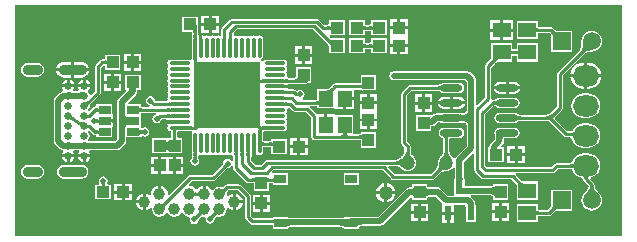
<source format=gtl>
G04*
G04 #@! TF.GenerationSoftware,Altium Limited,Altium Designer,19.1.8 (144)*
G04*
G04 Layer_Physical_Order=1*
G04 Layer_Color=255*
%FSLAX23Y23*%
%MOIN*%
G70*
G01*
G75*
%ADD12C,0.010*%
%ADD38C,0.039*%
%ADD39R,0.043X0.039*%
%ADD40O,0.071X0.012*%
%ADD41O,0.012X0.071*%
%ADD42R,0.024X0.045*%
%ADD43O,0.075X0.024*%
%ADD44R,0.047X0.055*%
%ADD45R,0.039X0.043*%
%ADD46R,0.043X0.026*%
%ADD47R,0.040X0.030*%
%ADD48R,0.059X0.051*%
%ADD49C,0.020*%
%ADD50R,0.220X0.220*%
%ADD51O,0.067X0.035*%
%ADD52O,0.094X0.035*%
%ADD53O,0.026X0.024*%
%ADD54R,0.059X0.059*%
%ADD55C,0.059*%
%ADD56O,0.087X0.071*%
%ADD57C,0.047*%
%ADD58C,0.020*%
%ADD59C,0.020*%
G36*
X1676Y-385D02*
X-347D01*
Y385D01*
X1676D01*
Y-385D01*
D02*
G37*
%LPC*%
G36*
X333Y350D02*
X308D01*
Y327D01*
X333D01*
Y350D01*
D02*
G37*
G36*
X298D02*
X274D01*
Y327D01*
X298D01*
Y350D01*
D02*
G37*
G36*
X891Y335D02*
X838D01*
Y321D01*
X838Y321D01*
X837Y321D01*
X836Y321D01*
X835Y320D01*
X833Y320D01*
X832Y320D01*
X824D01*
X824Y320D01*
X822Y320D01*
X820Y321D01*
X819Y321D01*
X819Y321D01*
X819Y321D01*
Y335D01*
X765D01*
Y285D01*
X819D01*
Y299D01*
X819Y299D01*
X819Y299D01*
X820Y299D01*
X822Y300D01*
X824Y300D01*
X824Y300D01*
X832D01*
X833Y300D01*
X835Y300D01*
X836Y299D01*
X837Y299D01*
X838Y299D01*
X838Y299D01*
Y285D01*
X891D01*
Y335D01*
D02*
G37*
G36*
X961Y338D02*
X936D01*
Y315D01*
X961D01*
Y338D01*
D02*
G37*
G36*
X926D02*
X902D01*
Y315D01*
X926D01*
Y338D01*
D02*
G37*
G36*
X1313Y336D02*
X1280D01*
Y307D01*
X1313D01*
Y336D01*
D02*
G37*
G36*
X1270D02*
X1237D01*
Y307D01*
X1270D01*
Y336D01*
D02*
G37*
G36*
X333Y317D02*
X308D01*
Y294D01*
X333D01*
Y317D01*
D02*
G37*
G36*
X298D02*
X274D01*
Y294D01*
X298D01*
Y317D01*
D02*
G37*
G36*
X263Y347D02*
X210D01*
Y297D01*
X241D01*
X241Y297D01*
X241Y297D01*
X241Y296D01*
X241Y295D01*
X241Y294D01*
X241Y292D01*
X242Y292D01*
Y287D01*
X241Y287D01*
X241Y281D01*
X241Y278D01*
X241Y278D01*
X241Y277D01*
X241Y277D01*
X241Y276D01*
X241Y276D01*
X241Y274D01*
Y215D01*
X241Y213D01*
X241Y213D01*
X241Y213D01*
X241Y212D01*
X241Y205D01*
X236Y202D01*
X234Y204D01*
X230Y204D01*
X171D01*
X167Y204D01*
X163Y201D01*
X161Y198D01*
X160Y193D01*
X161Y189D01*
X162Y187D01*
X163Y183D01*
X162Y180D01*
X161Y178D01*
X160Y174D01*
X161Y169D01*
X162Y167D01*
X163Y164D01*
X162Y160D01*
X161Y158D01*
X160Y154D01*
X161Y150D01*
X162Y147D01*
X163Y144D01*
X162Y141D01*
X161Y138D01*
X160Y134D01*
X161Y130D01*
X162Y128D01*
X163Y124D01*
X162Y121D01*
X161Y119D01*
X160Y115D01*
X161Y110D01*
X162Y108D01*
X163Y105D01*
X162Y101D01*
X161Y99D01*
X160Y95D01*
X161Y91D01*
X162Y88D01*
X163Y85D01*
X162Y82D01*
X161Y79D01*
X160Y75D01*
X161Y71D01*
X161Y71D01*
X158Y66D01*
X158Y66D01*
X157Y66D01*
X120D01*
X120Y66D01*
X119Y66D01*
X119Y67D01*
X119Y67D01*
X119Y67D01*
X119Y67D01*
X119Y67D01*
X119Y67D01*
X119Y67D01*
X118Y72D01*
X115Y77D01*
X110Y81D01*
X104Y82D01*
X98Y81D01*
X93Y77D01*
X90Y72D01*
X89Y67D01*
X90Y61D01*
X93Y56D01*
X98Y53D01*
X100Y52D01*
X100Y52D01*
X101Y51D01*
X97Y46D01*
X77D01*
X77Y47D01*
X75Y47D01*
X74Y47D01*
X73Y47D01*
X72Y47D01*
X72Y47D01*
X72Y47D01*
Y55D01*
X30D01*
X28Y60D01*
X55Y87D01*
X59Y92D01*
X60Y97D01*
X60Y98D01*
X60Y103D01*
X71D01*
Y153D01*
X18D01*
Y103D01*
X22D01*
X24Y99D01*
X-3Y72D01*
X-6Y67D01*
X-7Y61D01*
Y1D01*
X-7Y1D01*
X-7Y1D01*
Y-1D01*
X-7Y-1D01*
X-7Y-1D01*
Y-63D01*
X-13Y-68D01*
X-89D01*
X-89Y-68D01*
X-96Y-68D01*
X-103Y-68D01*
X-104Y-63D01*
X-104Y-63D01*
X-100Y-57D01*
X-99Y-50D01*
X-100Y-43D01*
X-104Y-38D01*
X-104Y-37D01*
X-103Y-32D01*
X-101Y-32D01*
X-88Y-45D01*
X-84Y-47D01*
X-82Y-47D01*
X-81Y-48D01*
X-79Y-48D01*
X-78Y-48D01*
X-77Y-48D01*
X-76Y-48D01*
X-76Y-48D01*
Y-55D01*
X-23D01*
Y-21D01*
X-20D01*
Y-5D01*
X-49D01*
Y5D01*
X-20D01*
Y21D01*
X-23D01*
Y55D01*
X-76D01*
Y48D01*
X-76Y48D01*
X-77Y48D01*
X-78Y48D01*
X-80Y48D01*
X-81Y47D01*
X-83Y47D01*
X-87Y45D01*
X-101Y31D01*
X-104Y32D01*
X-105Y37D01*
X-104Y38D01*
X-100Y43D01*
X-99Y47D01*
X-99Y47D01*
X-99Y48D01*
X-99Y48D01*
X-99Y48D01*
X-99Y50D01*
X-99Y52D01*
X-98Y53D01*
X-96Y56D01*
X-94Y58D01*
X-94Y58D01*
X-65Y87D01*
X-63Y90D01*
X-62Y94D01*
Y175D01*
X-54Y183D01*
X-49Y181D01*
Y170D01*
X4D01*
Y220D01*
X-49D01*
Y206D01*
X-49Y206D01*
X-50Y206D01*
X-51Y206D01*
X-52Y205D01*
X-54Y205D01*
X-54Y205D01*
X-57D01*
X-60Y204D01*
X-64Y202D01*
X-79Y187D01*
X-81Y183D01*
X-82Y180D01*
Y99D01*
X-94Y87D01*
X-100Y88D01*
X-100Y90D01*
X-103Y95D01*
X-104Y98D01*
Y101D01*
X-102Y103D01*
X-97Y109D01*
X-97Y112D01*
X-117D01*
X-137D01*
X-136Y109D01*
X-133Y105D01*
X-136Y99D01*
X-141Y99D01*
X-143Y99D01*
X-150Y99D01*
X-151Y99D01*
X-151Y99D01*
X-154Y104D01*
X-150Y109D01*
X-150Y112D01*
X-170D01*
Y117D01*
D01*
Y112D01*
X-190D01*
X-190Y109D01*
X-185Y103D01*
X-186Y101D01*
X-187Y98D01*
X-187Y98D01*
X-193Y97D01*
X-198Y94D01*
X-214Y78D01*
X-217Y73D01*
X-219Y67D01*
Y-67D01*
X-217Y-73D01*
X-214Y-78D01*
X-197Y-94D01*
X-192Y-98D01*
X-188Y-99D01*
X-187Y-100D01*
X-186Y-102D01*
X-186Y-104D01*
X-190Y-109D01*
X-190Y-112D01*
X-170D01*
X-150D01*
X-150Y-109D01*
X-153Y-105D01*
X-151Y-99D01*
X-146Y-99D01*
X-144Y-99D01*
X-137Y-99D01*
X-135Y-99D01*
X-135Y-99D01*
X-133Y-104D01*
X-136Y-109D01*
X-137Y-112D01*
X-117D01*
X-97D01*
X-97Y-109D01*
X-100Y-105D01*
X-98Y-99D01*
X-93Y-99D01*
X-89Y-99D01*
X-89Y-99D01*
X-7D01*
X-1Y-98D01*
X4Y-94D01*
X19Y-80D01*
X22Y-75D01*
X23Y-69D01*
Y-55D01*
X72D01*
Y-53D01*
X72Y-53D01*
X77Y-50D01*
X79Y-51D01*
X85Y-53D01*
X91Y-51D01*
X95Y-48D01*
X99Y-43D01*
X100Y-37D01*
X99Y-32D01*
X95Y-27D01*
X91Y-23D01*
X85Y-22D01*
X79Y-23D01*
X77Y-25D01*
X75Y-24D01*
X72Y-20D01*
Y-18D01*
X72D01*
X72Y-15D01*
Y15D01*
X72Y18D01*
X72D01*
Y20D01*
X72D01*
Y25D01*
X72Y25D01*
X72Y25D01*
X73Y25D01*
X74Y26D01*
X75Y26D01*
X77Y26D01*
X77Y26D01*
X121D01*
X122Y21D01*
X119Y20D01*
X114Y17D01*
X111Y12D01*
X110Y7D01*
X111Y1D01*
X114Y-4D01*
X119Y-7D01*
X125Y-9D01*
X131Y-7D01*
X136Y-4D01*
X139Y1D01*
X139Y3D01*
X139Y3D01*
X140Y3D01*
X140Y3D01*
X140Y3D01*
X140Y3D01*
X140Y4D01*
X140Y4D01*
X140Y4D01*
X140Y4D01*
X142Y6D01*
X155D01*
X156Y4D01*
X158Y1D01*
X165D01*
X168Y2D01*
X168Y2D01*
X169Y2D01*
Y1D01*
X201D01*
Y-9D01*
X169D01*
Y-9D01*
X169Y-9D01*
X168Y-9D01*
X159Y-9D01*
X159Y-9D01*
X158D01*
X158Y-9D01*
X159Y-11D01*
X160Y-12D01*
X160Y-12D01*
X161Y-14D01*
X161Y-19D01*
X161Y-19D01*
X160Y-23D01*
X161Y-28D01*
X163Y-31D01*
X167Y-34D01*
X171Y-34D01*
X173D01*
X173Y-34D01*
X173Y-35D01*
X173Y-36D01*
X174Y-38D01*
X174Y-39D01*
X174Y-40D01*
Y-50D01*
X174Y-51D01*
X174Y-53D01*
X173Y-54D01*
X173Y-55D01*
X173Y-56D01*
X173Y-56D01*
X160D01*
Y-56D01*
X160Y-56D01*
Y-56D01*
X110D01*
Y-109D01*
X160D01*
Y-109D01*
X160Y-109D01*
X160Y-109D01*
X210D01*
Y-56D01*
X195D01*
X195Y-56D01*
X195Y-55D01*
X195Y-54D01*
X194Y-53D01*
X194Y-51D01*
X194Y-50D01*
Y-40D01*
X194Y-39D01*
X194Y-38D01*
X195Y-36D01*
X195Y-35D01*
X195Y-34D01*
X195Y-34D01*
X230D01*
X232Y-34D01*
X232Y-34D01*
X233Y-34D01*
X233Y-34D01*
X233Y-34D01*
X241Y-33D01*
X242Y-34D01*
X242Y-36D01*
X243Y-38D01*
X241Y-41D01*
X241Y-45D01*
Y-104D01*
X241Y-106D01*
X241Y-106D01*
X241Y-107D01*
X241Y-107D01*
X242Y-116D01*
X242Y-117D01*
X242Y-118D01*
X242Y-118D01*
X242Y-118D01*
Y-120D01*
X242Y-120D01*
X242Y-122D01*
X241Y-123D01*
X241Y-123D01*
X241Y-124D01*
X241Y-124D01*
X241Y-124D01*
X241Y-124D01*
X241Y-124D01*
X241Y-124D01*
X241Y-124D01*
X241Y-124D01*
X241Y-125D01*
X238Y-129D01*
X237Y-135D01*
X238Y-141D01*
X241Y-146D01*
X246Y-149D01*
X252Y-150D01*
X258Y-149D01*
X263Y-146D01*
X266Y-141D01*
X267Y-135D01*
X266Y-129D01*
X263Y-125D01*
X263Y-124D01*
X263Y-124D01*
X263Y-124D01*
X263Y-124D01*
X263Y-124D01*
X263Y-124D01*
X263Y-124D01*
X263Y-124D01*
X263Y-123D01*
X263Y-123D01*
X262Y-121D01*
X262Y-120D01*
X262Y-120D01*
Y-117D01*
X262Y-117D01*
X263Y-116D01*
X267Y-114D01*
X267Y-114D01*
X271Y-115D01*
X276Y-114D01*
X278Y-113D01*
X281Y-112D01*
X285Y-113D01*
X287Y-114D01*
X291Y-115D01*
X295Y-114D01*
X298Y-113D01*
X301Y-112D01*
X304Y-113D01*
X307Y-114D01*
X311Y-115D01*
X315Y-114D01*
X317Y-113D01*
X321Y-112D01*
X324Y-113D01*
X326Y-114D01*
X330Y-115D01*
X335Y-114D01*
X337Y-113D01*
X340Y-112D01*
X344Y-113D01*
X346Y-114D01*
X350Y-115D01*
X354Y-114D01*
X357Y-113D01*
X360Y-112D01*
X363Y-113D01*
X366Y-114D01*
X370Y-115D01*
X374Y-114D01*
X374Y-114D01*
X379Y-117D01*
X379Y-117D01*
X379Y-118D01*
Y-135D01*
X374Y-136D01*
X372Y-132D01*
X367Y-129D01*
X361Y-128D01*
X355Y-129D01*
X350Y-132D01*
X347Y-137D01*
X346Y-142D01*
X346Y-143D01*
X346Y-143D01*
X346Y-143D01*
X346Y-143D01*
X346Y-143D01*
X346Y-143D01*
X345Y-143D01*
X345Y-144D01*
X345Y-144D01*
X345Y-144D01*
X344Y-146D01*
X343Y-146D01*
X343Y-147D01*
X308Y-181D01*
X237D01*
X233Y-182D01*
X230Y-184D01*
X167Y-248D01*
X162Y-246D01*
X162Y-245D01*
X161Y-238D01*
X158Y-231D01*
X154Y-225D01*
X148Y-221D01*
X141Y-218D01*
X139Y-218D01*
Y-245D01*
X129D01*
Y-218D01*
X127Y-218D01*
X120Y-221D01*
X114Y-225D01*
X110Y-231D01*
X107Y-238D01*
X106Y-245D01*
X106Y-246D01*
X101Y-249D01*
X98Y-246D01*
X91Y-243D01*
X89Y-243D01*
Y-270D01*
Y-297D01*
X91Y-297D01*
X98Y-294D01*
X104Y-290D01*
X105Y-288D01*
X110Y-290D01*
X109Y-295D01*
X111Y-305D01*
X116Y-313D01*
X124Y-318D01*
X134Y-320D01*
X144Y-318D01*
X152Y-313D01*
X156Y-306D01*
X157Y-306D01*
X161D01*
X162Y-306D01*
X166Y-313D01*
X174Y-318D01*
X184Y-320D01*
X194Y-318D01*
X202Y-313D01*
X206Y-306D01*
X207Y-306D01*
X211D01*
X212Y-306D01*
X216Y-313D01*
X224Y-318D01*
X232Y-320D01*
X233Y-321D01*
X235Y-324D01*
X236Y-325D01*
X235Y-329D01*
X236Y-335D01*
X239Y-340D01*
X244Y-343D01*
X250Y-344D01*
X256Y-343D01*
X261Y-340D01*
X264Y-335D01*
X265Y-330D01*
X265Y-330D01*
X265Y-329D01*
X265Y-329D01*
X265Y-329D01*
X265Y-329D01*
X265Y-329D01*
X265Y-329D01*
X266Y-328D01*
X266Y-328D01*
X267Y-327D01*
X268Y-326D01*
X268Y-326D01*
X270Y-323D01*
X271Y-323D01*
X272Y-322D01*
X273Y-321D01*
X274Y-320D01*
X275Y-320D01*
X275Y-320D01*
X276Y-319D01*
X276Y-319D01*
X277Y-319D01*
X277Y-319D01*
X278Y-319D01*
X279Y-319D01*
X279Y-319D01*
X280Y-319D01*
X284Y-320D01*
X285Y-320D01*
X289Y-324D01*
X288Y-328D01*
X289Y-334D01*
X292Y-339D01*
X297Y-342D01*
X303Y-343D01*
X309Y-342D01*
X314Y-339D01*
X317Y-334D01*
X318Y-328D01*
X318Y-327D01*
X318Y-327D01*
X318Y-327D01*
X318Y-327D01*
X318Y-326D01*
X318Y-326D01*
X318Y-326D01*
X318Y-326D01*
X318Y-326D01*
X318Y-326D01*
X319Y-325D01*
X319Y-324D01*
X320Y-324D01*
X320Y-323D01*
X320Y-323D01*
X321Y-323D01*
X322Y-322D01*
X323Y-321D01*
X324Y-320D01*
X325Y-320D01*
X325Y-320D01*
X326Y-319D01*
X326Y-319D01*
X327Y-319D01*
X327Y-319D01*
X328Y-319D01*
X329Y-319D01*
X329Y-319D01*
X330Y-319D01*
X334Y-320D01*
X344Y-318D01*
X352Y-313D01*
X357Y-305D01*
X359Y-295D01*
X358Y-290D01*
X363Y-288D01*
X364Y-290D01*
X370Y-294D01*
X377Y-297D01*
X379Y-297D01*
Y-270D01*
Y-243D01*
X377Y-243D01*
X370Y-246D01*
X364Y-250D01*
X363Y-252D01*
X358Y-250D01*
X359Y-245D01*
X359Y-243D01*
X359Y-243D01*
X359Y-242D01*
X359Y-242D01*
X359Y-241D01*
X359Y-240D01*
X359Y-240D01*
X359Y-239D01*
X359Y-238D01*
X360Y-238D01*
X360Y-237D01*
X361Y-236D01*
X362Y-235D01*
X363Y-234D01*
X363Y-233D01*
X364Y-232D01*
X396D01*
X419Y-255D01*
Y-322D01*
X419Y-326D01*
X422Y-329D01*
X435Y-343D01*
X438Y-345D01*
X442Y-346D01*
X506D01*
X507Y-346D01*
X509Y-346D01*
X510Y-346D01*
X511Y-346D01*
X512Y-346D01*
X512Y-346D01*
Y-362D01*
X562D01*
Y-356D01*
X562Y-356D01*
X563Y-356D01*
X564Y-356D01*
X565Y-355D01*
X570Y-355D01*
X573Y-355D01*
X573Y-355D01*
X733D01*
X733Y-355D01*
X737Y-355D01*
X740Y-355D01*
X743Y-355D01*
X745Y-356D01*
X746Y-356D01*
X747Y-357D01*
X748Y-357D01*
X748Y-357D01*
X748Y-358D01*
Y-362D01*
X753D01*
X753Y-362D01*
X754Y-362D01*
X754Y-362D01*
X754Y-362D01*
X798D01*
Y-356D01*
X798Y-356D01*
X798Y-355D01*
X799Y-354D01*
X799Y-354D01*
X799Y-353D01*
X800Y-353D01*
X802Y-352D01*
X804Y-352D01*
X806Y-351D01*
X809Y-351D01*
X813Y-351D01*
X813Y-351D01*
X869D01*
X875Y-349D01*
X879Y-346D01*
X971Y-254D01*
X976Y-256D01*
Y-265D01*
X1026D01*
Y-259D01*
X1026Y-258D01*
X1026Y-257D01*
X1026Y-256D01*
X1027Y-256D01*
X1027Y-256D01*
X1028Y-255D01*
X1030Y-254D01*
X1032Y-254D01*
X1034Y-253D01*
X1037Y-253D01*
X1041Y-253D01*
X1041Y-253D01*
X1056D01*
X1077Y-274D01*
X1077Y-279D01*
X1077Y-279D01*
X1077Y-279D01*
Y-304D01*
X1097D01*
X1116D01*
Y-280D01*
X1150D01*
X1154Y-281D01*
X1154Y-286D01*
X1154Y-287D01*
X1155Y-287D01*
Y-288D01*
X1155Y-288D01*
X1155Y-288D01*
Y-337D01*
X1188D01*
Y-287D01*
X1189Y-287D01*
X1188Y-286D01*
Y-282D01*
X1187D01*
X1187Y-277D01*
X1187Y-275D01*
X1187Y-274D01*
X1186Y-269D01*
X1182Y-264D01*
X1173Y-254D01*
X1172Y-254D01*
X1174Y-249D01*
X1231D01*
X1231Y-249D01*
X1235Y-249D01*
X1238Y-249D01*
X1241Y-250D01*
X1243Y-250D01*
X1244Y-251D01*
X1245Y-252D01*
X1246Y-252D01*
X1246Y-252D01*
X1246Y-253D01*
X1246Y-254D01*
X1246Y-254D01*
Y-264D01*
X1296D01*
Y-211D01*
X1253D01*
X1252Y-211D01*
X1252Y-211D01*
X1251Y-211D01*
X1251Y-211D01*
X1246D01*
Y-215D01*
X1246Y-215D01*
X1246Y-216D01*
X1246Y-216D01*
X1246Y-216D01*
X1244Y-217D01*
X1243Y-217D01*
X1241Y-218D01*
X1235Y-218D01*
X1231Y-218D01*
X1231Y-218D01*
X1151D01*
Y-199D01*
X1151Y-198D01*
X1151Y-198D01*
X1151Y-197D01*
X1151Y-193D01*
X1150D01*
X1149Y-182D01*
X1149Y-178D01*
X1149Y-178D01*
Y-139D01*
X1179Y-109D01*
X1184Y-111D01*
Y-164D01*
X1185Y-168D01*
X1187Y-171D01*
X1206Y-191D01*
X1210Y-193D01*
X1214Y-194D01*
X1307D01*
X1319Y-206D01*
X1320Y-207D01*
X1323Y-211D01*
X1325Y-213D01*
X1325Y-214D01*
Y-217D01*
X1325Y-217D01*
X1325Y-217D01*
Y-263D01*
X1395D01*
Y-202D01*
X1346D01*
X1345Y-202D01*
X1344Y-201D01*
X1343Y-200D01*
X1340Y-198D01*
X1338Y-196D01*
X1338Y-196D01*
X1337Y-195D01*
X1337Y-195D01*
X1337Y-195D01*
X1322Y-180D01*
X1324Y-175D01*
X1444D01*
X1448Y-174D01*
X1451Y-172D01*
X1463Y-160D01*
X1502D01*
X1502Y-160D01*
X1504Y-160D01*
X1506Y-161D01*
X1507Y-161D01*
X1508Y-161D01*
X1508Y-161D01*
X1512Y-170D01*
X1518Y-179D01*
X1527Y-185D01*
X1537Y-189D01*
X1544Y-190D01*
X1544Y-191D01*
X1544Y-192D01*
X1545Y-193D01*
X1545Y-195D01*
X1545Y-196D01*
X1546Y-199D01*
X1548Y-202D01*
X1565Y-219D01*
X1564Y-220D01*
X1564Y-221D01*
X1564Y-223D01*
X1563Y-225D01*
X1561Y-227D01*
X1560Y-229D01*
X1558Y-232D01*
X1553Y-237D01*
X1550Y-240D01*
X1550Y-240D01*
X1545Y-248D01*
X1541Y-256D01*
X1540Y-265D01*
X1541Y-274D01*
X1545Y-282D01*
X1550Y-290D01*
X1558Y-295D01*
X1566Y-299D01*
X1575Y-300D01*
X1584Y-299D01*
X1592Y-295D01*
X1600Y-290D01*
X1605Y-282D01*
X1609Y-274D01*
X1610Y-265D01*
X1609Y-256D01*
X1605Y-248D01*
X1600Y-240D01*
X1600Y-240D01*
X1597Y-237D01*
X1592Y-232D01*
X1590Y-229D01*
X1589Y-227D01*
X1587Y-225D01*
X1586Y-223D01*
X1586Y-221D01*
X1586Y-220D01*
X1585Y-218D01*
X1585Y-217D01*
Y-215D01*
X1584Y-211D01*
X1582Y-208D01*
X1569Y-195D01*
X1571Y-190D01*
X1573Y-189D01*
X1583Y-185D01*
X1592Y-179D01*
X1598Y-170D01*
X1602Y-161D01*
X1604Y-150D01*
X1602Y-139D01*
X1598Y-130D01*
X1592Y-121D01*
X1583Y-115D01*
X1573Y-111D01*
X1563Y-109D01*
X1547D01*
X1537Y-111D01*
X1527Y-115D01*
X1518Y-121D01*
X1512Y-130D01*
X1508Y-139D01*
X1508Y-139D01*
X1507Y-139D01*
X1506Y-139D01*
X1504Y-140D01*
X1502Y-140D01*
X1502Y-140D01*
X1459D01*
X1455Y-141D01*
X1452Y-143D01*
X1440Y-155D01*
X1226D01*
X1220Y-149D01*
Y21D01*
X1249Y50D01*
X1251Y49D01*
X1253Y49D01*
X1254Y49D01*
X1255Y48D01*
X1257Y46D01*
X1257Y46D01*
X1257Y46D01*
X1258Y46D01*
X1258Y46D01*
X1260Y44D01*
X1267Y43D01*
X1318D01*
X1325Y44D01*
X1330Y48D01*
X1334Y53D01*
X1335Y60D01*
X1334Y67D01*
X1330Y72D01*
X1325Y76D01*
X1318Y77D01*
X1267D01*
X1260Y76D01*
X1258Y74D01*
X1258Y74D01*
X1257Y74D01*
X1257Y74D01*
X1257Y74D01*
X1255Y72D01*
X1254Y71D01*
X1253Y71D01*
X1249Y70D01*
X1246Y70D01*
X1246Y70D01*
X1245D01*
X1243Y70D01*
X1241Y71D01*
X1239Y72D01*
X1238Y73D01*
Y176D01*
X1252Y190D01*
X1252Y190D01*
X1252Y190D01*
X1253Y191D01*
X1253Y191D01*
X1255Y193D01*
X1257Y194D01*
X1258Y195D01*
X1259Y196D01*
X1260Y197D01*
X1261Y197D01*
X1310D01*
Y217D01*
X1310Y217D01*
X1310Y217D01*
X1311Y217D01*
X1313Y217D01*
X1315Y217D01*
X1315Y217D01*
X1320D01*
X1320Y217D01*
X1322Y217D01*
X1324Y217D01*
X1325Y217D01*
X1325Y217D01*
X1325Y217D01*
X1325Y217D01*
Y197D01*
X1395D01*
Y258D01*
X1325D01*
Y239D01*
X1325Y239D01*
X1325Y239D01*
X1325Y238D01*
X1324Y238D01*
X1322Y238D01*
X1320Y238D01*
X1320Y238D01*
X1315D01*
X1315Y238D01*
X1313Y238D01*
X1311Y238D01*
X1310Y238D01*
X1310Y239D01*
X1310Y239D01*
Y258D01*
X1240D01*
Y212D01*
X1240Y212D01*
X1240Y212D01*
Y209D01*
X1240Y208D01*
X1237Y204D01*
X1235Y202D01*
X1234Y201D01*
X1221Y188D01*
X1219Y184D01*
X1218Y181D01*
Y76D01*
X1194Y52D01*
X1189Y54D01*
Y136D01*
X1188Y142D01*
X1185Y147D01*
X1171Y161D01*
X1166Y164D01*
X1160Y165D01*
X915D01*
X909Y164D01*
X904Y161D01*
X901Y156D01*
X900Y150D01*
X901Y144D01*
X904Y139D01*
X909Y136D01*
X915Y135D01*
X1154D01*
X1159Y130D01*
Y47D01*
X1159Y46D01*
Y41D01*
X1159Y41D01*
X1159Y41D01*
Y41D01*
X1159Y40D01*
X1158Y37D01*
X1158Y34D01*
X1157Y32D01*
X1156Y30D01*
X1155Y29D01*
X1154Y28D01*
X1152Y27D01*
X1150Y26D01*
X1148Y26D01*
X1144Y26D01*
X1140Y26D01*
X1139Y26D01*
X1138Y26D01*
X1138Y27D01*
X1137Y26D01*
X1136Y27D01*
X1136Y27D01*
X1133Y27D01*
X1082D01*
X1075Y26D01*
X1075Y26D01*
X1057Y25D01*
X1056Y25D01*
X1051Y24D01*
X1046Y21D01*
X1042Y17D01*
X1040Y18D01*
Y18D01*
X990D01*
Y-35D01*
X1040D01*
Y-19D01*
X1043D01*
X1049Y-18D01*
X1054Y-14D01*
X1063Y-5D01*
X1075Y-6D01*
X1075Y-6D01*
X1082Y-7D01*
X1133D01*
X1136Y-7D01*
X1136Y-7D01*
X1137Y-6D01*
X1137Y-7D01*
X1137Y-7D01*
X1137Y-7D01*
X1138Y-7D01*
X1138Y-6D01*
X1149Y-6D01*
X1150Y-6D01*
X1152Y-7D01*
X1154Y-8D01*
X1155Y-9D01*
X1156Y-10D01*
X1157Y-12D01*
X1158Y-14D01*
X1158Y-17D01*
X1159Y-20D01*
X1159Y-21D01*
Y-21D01*
X1159Y-21D01*
X1159Y-21D01*
Y-86D01*
X1123Y-122D01*
X1120Y-126D01*
X1117Y-126D01*
X1115Y-126D01*
X1111Y-120D01*
X1110Y-119D01*
X1106Y-115D01*
X1105Y-113D01*
X1104Y-111D01*
X1103Y-110D01*
X1102Y-108D01*
X1101Y-107D01*
X1101Y-105D01*
X1100Y-104D01*
X1100Y-102D01*
X1100Y-102D01*
Y-62D01*
X1100Y-62D01*
X1100Y-60D01*
X1101Y-59D01*
X1101Y-58D01*
X1101Y-57D01*
X1133D01*
X1140Y-56D01*
X1145Y-52D01*
X1149Y-47D01*
X1150Y-40D01*
X1149Y-33D01*
X1145Y-28D01*
X1140Y-24D01*
X1133Y-23D01*
X1082D01*
X1075Y-24D01*
X1070Y-28D01*
X1066Y-33D01*
X1065Y-40D01*
X1066Y-47D01*
X1070Y-52D01*
X1075Y-56D01*
X1079Y-57D01*
X1079Y-57D01*
X1079Y-58D01*
X1079Y-59D01*
X1080Y-60D01*
X1080Y-62D01*
X1080Y-62D01*
Y-102D01*
X1080Y-102D01*
X1080Y-104D01*
X1079Y-105D01*
X1079Y-107D01*
X1078Y-108D01*
X1077Y-110D01*
X1076Y-111D01*
X1075Y-113D01*
X1072Y-117D01*
X1070Y-119D01*
X1069Y-120D01*
X1065Y-126D01*
X1062Y-132D01*
X1061Y-140D01*
X1061Y-140D01*
X1061Y-146D01*
X1061Y-148D01*
X1060Y-151D01*
X1060Y-152D01*
X1059Y-154D01*
X1059Y-156D01*
X1058Y-157D01*
X1057Y-158D01*
X1056Y-159D01*
X1056Y-160D01*
X1039Y-177D01*
X918D01*
X896Y-155D01*
X898Y-150D01*
X923D01*
X923Y-150D01*
X924Y-150D01*
X926Y-151D01*
X927Y-151D01*
X929Y-152D01*
X930Y-153D01*
X932Y-154D01*
X934Y-155D01*
X938Y-158D01*
X940Y-160D01*
X940Y-161D01*
X946Y-165D01*
X953Y-168D01*
X961Y-169D01*
X968Y-168D01*
X975Y-165D01*
X981Y-160D01*
X986Y-154D01*
X988Y-147D01*
X989Y-140D01*
X988Y-132D01*
X986Y-126D01*
X981Y-120D01*
X981Y-119D01*
X977Y-115D01*
X976Y-113D01*
X974Y-111D01*
X973Y-110D01*
X972Y-108D01*
X972Y-107D01*
X971Y-105D01*
X971Y-104D01*
X971Y-102D01*
X971Y-102D01*
Y-85D01*
X970Y-82D01*
X968Y-78D01*
X960Y-71D01*
Y86D01*
X974Y100D01*
X1061D01*
X1061Y100D01*
X1064Y100D01*
X1066Y99D01*
X1068Y99D01*
X1069Y99D01*
X1070Y98D01*
X1072Y96D01*
X1072Y96D01*
X1072Y96D01*
X1073Y96D01*
X1073Y96D01*
X1075Y94D01*
X1082Y93D01*
X1133D01*
X1140Y94D01*
X1145Y98D01*
X1149Y103D01*
X1150Y110D01*
X1149Y117D01*
X1145Y122D01*
X1140Y126D01*
X1133Y127D01*
X1082D01*
X1075Y126D01*
X1073Y124D01*
X1073Y124D01*
X1072Y124D01*
X1072Y124D01*
X1072Y124D01*
X1070Y122D01*
X1069Y121D01*
X1068Y121D01*
X1064Y120D01*
X1061Y120D01*
X1061Y120D01*
X970D01*
X966Y119D01*
X963Y117D01*
X943Y97D01*
X941Y94D01*
X940Y90D01*
Y-75D01*
X941Y-79D01*
X943Y-82D01*
X950Y-90D01*
Y-102D01*
X950Y-102D01*
X950Y-104D01*
X950Y-105D01*
X949Y-107D01*
X949Y-108D01*
X948Y-110D01*
X947Y-111D01*
X946Y-113D01*
X942Y-117D01*
X940Y-119D01*
X940Y-119D01*
X940Y-120D01*
X936Y-124D01*
X934Y-125D01*
X932Y-126D01*
X930Y-127D01*
X929Y-128D01*
X927Y-129D01*
X926Y-129D01*
X924Y-130D01*
X923Y-130D01*
X923Y-130D01*
X494D01*
X490Y-131D01*
X487Y-133D01*
X473Y-147D01*
X454D01*
X439Y-132D01*
Y-120D01*
X441Y-119D01*
X444Y-117D01*
Y-109D01*
X443Y-107D01*
X443Y-107D01*
X443Y-106D01*
X444D01*
Y-74D01*
X454D01*
Y-106D01*
X454D01*
X454Y-106D01*
X454Y-107D01*
X454Y-116D01*
X454D01*
Y-117D01*
X454Y-117D01*
X456Y-116D01*
X457Y-115D01*
X457Y-115D01*
X459Y-114D01*
X464Y-114D01*
X464Y-114D01*
X468Y-115D01*
X473Y-114D01*
X476Y-112D01*
X479Y-108D01*
X479Y-104D01*
Y-87D01*
X479Y-87D01*
X480Y-87D01*
X481Y-87D01*
X483Y-87D01*
X484Y-87D01*
X485Y-87D01*
X499D01*
X500Y-87D01*
X502Y-87D01*
X503Y-87D01*
X504Y-87D01*
X505Y-87D01*
X505Y-87D01*
Y-111D01*
X558D01*
Y-61D01*
X511D01*
X511Y-61D01*
X510Y-61D01*
X510Y-61D01*
X509Y-61D01*
X505D01*
Y-65D01*
X505Y-65D01*
X505Y-65D01*
X504Y-66D01*
X503Y-66D01*
X502Y-66D01*
X500Y-66D01*
X499Y-66D01*
X485D01*
X484Y-66D01*
X483Y-66D01*
X481Y-66D01*
X480Y-66D01*
X479Y-65D01*
X479Y-65D01*
Y-45D01*
X479Y-43D01*
X479Y-43D01*
X479Y-43D01*
X479Y-42D01*
X479Y-37D01*
X482Y-34D01*
X484Y-34D01*
X486Y-34D01*
X486Y-34D01*
X486Y-34D01*
X487Y-34D01*
X488Y-34D01*
X488Y-34D01*
X490Y-34D01*
X549D01*
X553Y-34D01*
X557Y-31D01*
X559Y-28D01*
X560Y-23D01*
X559Y-19D01*
X558Y-17D01*
X557Y-13D01*
X558Y-10D01*
X559Y-8D01*
X560Y-4D01*
X559Y1D01*
X558Y3D01*
X557Y6D01*
X558Y10D01*
X559Y12D01*
X560Y16D01*
X559Y20D01*
X558Y23D01*
X557Y26D01*
X558Y29D01*
X559Y32D01*
X560Y36D01*
X559Y39D01*
X562Y43D01*
X562Y44D01*
X566Y44D01*
X578Y33D01*
X581Y31D01*
X585Y30D01*
X621D01*
X640Y11D01*
Y-54D01*
X641Y-58D01*
X643Y-62D01*
X646Y-64D01*
X650Y-65D01*
X650Y-65D01*
X750D01*
X750Y-65D01*
X751Y-65D01*
X752D01*
X753Y-65D01*
X753Y-65D01*
X800D01*
X800Y-65D01*
X802Y-65D01*
X803Y-65D01*
X804Y-65D01*
X805Y-65D01*
X805Y-65D01*
X805Y-65D01*
Y-91D01*
X855D01*
Y-38D01*
X805D01*
Y-43D01*
X805Y-43D01*
X805Y-43D01*
X804Y-44D01*
X803Y-44D01*
X802Y-44D01*
X800Y-44D01*
X800Y-44D01*
X780D01*
Y19D01*
X724D01*
X720Y22D01*
X720Y22D01*
X720Y22D01*
X694D01*
Y-13D01*
X684D01*
Y22D01*
X657D01*
X657Y23D01*
X635Y45D01*
X637Y50D01*
X654D01*
X655Y50D01*
X657Y50D01*
X658Y49D01*
X659Y49D01*
X660Y49D01*
X660Y49D01*
Y41D01*
X716D01*
X720Y38D01*
X720Y38D01*
X720Y38D01*
X746D01*
Y73D01*
X751D01*
Y78D01*
X783D01*
Y104D01*
X800D01*
X800Y104D01*
X802Y104D01*
X803Y104D01*
X805Y104D01*
X805Y104D01*
Y101D01*
X810D01*
X810Y100D01*
X811Y100D01*
X811Y100D01*
X812Y101D01*
X855D01*
Y154D01*
X805D01*
Y126D01*
X805Y126D01*
X805Y126D01*
X804Y125D01*
X803Y125D01*
X802Y125D01*
X800Y125D01*
X800Y125D01*
X720D01*
X716Y124D01*
X713Y122D01*
X703Y112D01*
X703Y112D01*
X703Y112D01*
X702Y112D01*
X701Y110D01*
X699Y109D01*
X698Y108D01*
X697Y107D01*
X696Y106D01*
X695Y106D01*
X695Y106D01*
X660D01*
Y71D01*
X660Y71D01*
X659Y71D01*
X658Y71D01*
X657Y70D01*
X655Y70D01*
X654Y70D01*
X613D01*
X611Y75D01*
X614Y77D01*
X617Y82D01*
X618Y88D01*
X617Y93D01*
X614Y98D01*
X609Y102D01*
X603Y103D01*
X597Y102D01*
X592Y98D01*
X588Y102D01*
X585Y104D01*
X581Y105D01*
X565D01*
X564Y107D01*
X562Y110D01*
X519D01*
Y120D01*
X562D01*
X564Y122D01*
X565Y124D01*
X585D01*
X585Y124D01*
X585Y124D01*
X585Y124D01*
X587Y124D01*
X587Y124D01*
X587Y124D01*
X592Y124D01*
X592Y124D01*
X592Y124D01*
X593Y124D01*
X622D01*
X626Y125D01*
X626Y125D01*
X640D01*
Y178D01*
X590D01*
Y145D01*
X590Y145D01*
X590Y145D01*
X589Y145D01*
X588Y145D01*
X587Y145D01*
X585Y145D01*
X585Y144D01*
X562D01*
X562Y145D01*
X562Y145D01*
X559Y150D01*
X560Y154D01*
X559Y158D01*
X558Y160D01*
X557Y164D01*
X558Y167D01*
X559Y169D01*
X560Y174D01*
X559Y178D01*
X558Y180D01*
X557Y183D01*
X558Y187D01*
X559Y189D01*
X560Y193D01*
X559Y198D01*
X557Y201D01*
X553Y204D01*
X549Y204D01*
X490D01*
X486Y204D01*
X482Y201D01*
X481Y199D01*
X475Y198D01*
X473Y200D01*
X474Y206D01*
X476Y207D01*
X479Y211D01*
X479Y215D01*
Y274D01*
X479Y278D01*
X476Y282D01*
X473Y284D01*
X468Y285D01*
X464Y284D01*
X462Y283D01*
X458Y282D01*
X455Y283D01*
X453Y284D01*
X449Y285D01*
X444Y284D01*
X442Y283D01*
X439Y282D01*
X435Y283D01*
X433Y284D01*
X429Y285D01*
X425Y284D01*
X422Y283D01*
X419Y282D01*
X416Y283D01*
X413Y284D01*
X409Y285D01*
X405Y284D01*
X403Y283D01*
X399Y282D01*
X396Y283D01*
X394Y284D01*
X390Y285D01*
X386Y284D01*
X382Y287D01*
X381Y287D01*
X381Y291D01*
X394Y305D01*
X646D01*
X692Y258D01*
X692Y258D01*
X694Y256D01*
X695Y255D01*
X696Y254D01*
X696Y253D01*
X697Y252D01*
X697Y251D01*
X698Y250D01*
X698Y249D01*
X698Y248D01*
X698Y247D01*
X698Y247D01*
Y225D01*
X752D01*
Y275D01*
X706D01*
X701Y278D01*
X700Y280D01*
X701Y284D01*
X701Y285D01*
X702Y285D01*
X702Y285D01*
X702Y285D01*
X752D01*
Y335D01*
X698D01*
Y321D01*
X698Y321D01*
X697Y321D01*
X696Y321D01*
X695Y320D01*
X693Y320D01*
X693Y320D01*
X684D01*
X667Y337D01*
X664Y339D01*
X660Y340D01*
X375D01*
X371Y339D01*
X368Y337D01*
X343Y312D01*
X341Y309D01*
X340Y305D01*
Y287D01*
X340Y287D01*
X340Y287D01*
X335Y284D01*
X330Y285D01*
X326Y284D01*
X324Y283D01*
X321Y282D01*
X317Y283D01*
X315Y284D01*
X311Y285D01*
X307Y284D01*
X304Y283D01*
X301Y282D01*
X298Y283D01*
X295Y284D01*
X291Y285D01*
X287Y284D01*
X287Y284D01*
X281Y284D01*
X280Y285D01*
X280Y285D01*
X279Y286D01*
X277Y287D01*
X276Y287D01*
Y244D01*
X266D01*
Y287D01*
X264Y289D01*
X262Y290D01*
Y292D01*
X262Y292D01*
X262Y294D01*
X262Y297D01*
X263D01*
Y302D01*
X263Y302D01*
X263Y303D01*
Y347D01*
D02*
G37*
G36*
X1313Y297D02*
X1280D01*
Y269D01*
X1313D01*
Y297D01*
D02*
G37*
G36*
X1270D02*
X1237D01*
Y269D01*
X1270D01*
Y297D01*
D02*
G37*
G36*
X891Y275D02*
X838D01*
Y261D01*
X838Y261D01*
X837Y261D01*
X836Y261D01*
X835Y260D01*
X833Y260D01*
X832Y260D01*
X824D01*
X824Y260D01*
X822Y260D01*
X820Y261D01*
X819Y261D01*
X819Y261D01*
X819Y261D01*
Y275D01*
X765D01*
Y225D01*
X819D01*
Y239D01*
X819Y239D01*
X819Y239D01*
X820Y239D01*
X822Y240D01*
X824Y240D01*
X824Y240D01*
X832D01*
X833Y240D01*
X835Y240D01*
X836Y239D01*
X837Y239D01*
X838Y239D01*
X838Y239D01*
Y225D01*
X891D01*
Y275D01*
D02*
G37*
G36*
X961Y305D02*
X902D01*
Y283D01*
X902Y282D01*
Y278D01*
X902Y277D01*
Y255D01*
X961D01*
Y277D01*
X961Y278D01*
Y282D01*
X961Y283D01*
Y305D01*
D02*
G37*
G36*
X1395Y333D02*
X1325D01*
Y272D01*
X1395D01*
Y291D01*
X1395Y291D01*
X1395Y292D01*
X1396Y292D01*
X1398Y292D01*
X1400Y292D01*
X1400Y292D01*
X1433D01*
X1434Y291D01*
X1435Y291D01*
X1438Y287D01*
X1439Y285D01*
X1440Y284D01*
X1440Y284D01*
Y281D01*
X1440Y280D01*
X1440Y280D01*
Y280D01*
X1440Y279D01*
X1440Y279D01*
Y230D01*
X1510D01*
Y300D01*
X1461D01*
X1461Y300D01*
X1460Y300D01*
X1460D01*
X1460Y300D01*
X1459Y300D01*
X1456D01*
X1456Y300D01*
X1455Y301D01*
X1451Y303D01*
X1449Y305D01*
X1449Y306D01*
X1445Y310D01*
X1441Y312D01*
X1438Y313D01*
X1400D01*
X1400Y313D01*
X1398Y313D01*
X1396Y313D01*
X1395Y313D01*
X1395Y313D01*
X1395Y313D01*
Y333D01*
D02*
G37*
G36*
X643Y248D02*
X620D01*
Y223D01*
X643D01*
Y248D01*
D02*
G37*
G36*
X610D02*
X587D01*
Y223D01*
X610D01*
Y248D01*
D02*
G37*
G36*
X961Y245D02*
X936D01*
Y222D01*
X961D01*
Y245D01*
D02*
G37*
G36*
X926D02*
X902D01*
Y222D01*
X926D01*
Y245D01*
D02*
G37*
G36*
X74Y223D02*
X50D01*
Y200D01*
X74D01*
Y223D01*
D02*
G37*
G36*
X40D02*
X15D01*
Y200D01*
X40D01*
Y223D01*
D02*
G37*
G36*
X643Y213D02*
X620D01*
Y189D01*
X643D01*
Y213D01*
D02*
G37*
G36*
X610D02*
X587D01*
Y189D01*
X610D01*
Y213D01*
D02*
G37*
G36*
X-126Y196D02*
X-150D01*
Y175D01*
X-101D01*
X-101Y177D01*
X-103Y183D01*
X-107Y189D01*
X-113Y193D01*
X-119Y195D01*
X-126Y196D01*
D02*
G37*
G36*
X-160D02*
X-185D01*
X-192Y195D01*
X-198Y193D01*
X-203Y189D01*
X-207Y183D01*
X-210Y177D01*
X-210Y175D01*
X-160D01*
Y196D01*
D02*
G37*
G36*
X74Y190D02*
X50D01*
Y167D01*
X74D01*
Y190D01*
D02*
G37*
G36*
X40D02*
X15D01*
Y167D01*
X40D01*
Y190D01*
D02*
G37*
G36*
X1563Y194D02*
X1560D01*
Y155D01*
X1606D01*
X1605Y161D01*
X1601Y172D01*
X1594Y181D01*
X1585Y188D01*
X1574Y192D01*
X1563Y194D01*
D02*
G37*
G36*
X1550D02*
X1547D01*
X1536Y192D01*
X1525Y188D01*
X1516Y181D01*
X1509Y172D01*
X1505Y161D01*
X1504Y155D01*
X1550D01*
Y194D01*
D02*
G37*
G36*
X-273Y193D02*
X-304D01*
X-313Y192D01*
X-321Y187D01*
X-326Y179D01*
X-327Y170D01*
X-326Y161D01*
X-321Y154D01*
X-313Y149D01*
X-304Y147D01*
X-273D01*
X-264Y149D01*
X-256Y154D01*
X-251Y161D01*
X-250Y170D01*
X-251Y179D01*
X-256Y187D01*
X-264Y192D01*
X-273Y193D01*
D02*
G37*
G36*
X-101Y165D02*
X-150D01*
Y144D01*
X-126D01*
X-119Y145D01*
X-113Y148D01*
X-107Y152D01*
X-103Y157D01*
X-101Y164D01*
X-101Y165D01*
D02*
G37*
G36*
X-160D02*
X-210D01*
X-210Y164D01*
X-207Y157D01*
X-203Y152D01*
X-198Y148D01*
X-192Y145D01*
X-185Y144D01*
X-160D01*
Y165D01*
D02*
G37*
G36*
X7Y156D02*
X-17D01*
Y133D01*
X7D01*
Y156D01*
D02*
G37*
G36*
X-27D02*
X-52D01*
Y133D01*
X-27D01*
Y156D01*
D02*
G37*
G36*
X-165Y137D02*
Y122D01*
X-150D01*
X-150Y125D01*
X-155Y132D01*
X-161Y136D01*
X-165Y137D01*
D02*
G37*
G36*
X-112D02*
Y122D01*
X-97D01*
X-97Y125D01*
X-102Y132D01*
X-108Y136D01*
X-112Y137D01*
D02*
G37*
G36*
X-122D02*
X-125Y136D01*
X-132Y132D01*
X-136Y125D01*
X-137Y122D01*
X-122D01*
Y137D01*
D02*
G37*
G36*
X-175D02*
X-178Y136D01*
X-185Y132D01*
X-190Y125D01*
X-190Y122D01*
X-175D01*
Y137D01*
D02*
G37*
G36*
X1318Y130D02*
X1298D01*
Y115D01*
X1337D01*
X1337Y118D01*
X1332Y124D01*
X1326Y129D01*
X1318Y130D01*
D02*
G37*
G36*
X1288D02*
X1267D01*
X1259Y129D01*
X1253Y124D01*
X1248Y118D01*
X1248Y115D01*
X1288D01*
Y130D01*
D02*
G37*
G36*
X1606Y145D02*
X1560D01*
Y106D01*
X1563D01*
X1574Y108D01*
X1585Y112D01*
X1594Y119D01*
X1601Y128D01*
X1605Y139D01*
X1606Y145D01*
D02*
G37*
G36*
X1550D02*
X1504D01*
X1505Y139D01*
X1509Y128D01*
X1516Y119D01*
X1525Y112D01*
X1536Y108D01*
X1547Y106D01*
X1550D01*
Y145D01*
D02*
G37*
G36*
X7Y123D02*
X-17D01*
Y100D01*
X7D01*
Y123D01*
D02*
G37*
G36*
X-27D02*
X-52D01*
Y100D01*
X-27D01*
Y123D01*
D02*
G37*
G36*
X1337Y105D02*
X1298D01*
Y90D01*
X1318D01*
X1326Y91D01*
X1332Y96D01*
X1337Y102D01*
X1337Y105D01*
D02*
G37*
G36*
X1288D02*
X1248D01*
X1248Y102D01*
X1253Y96D01*
X1259Y91D01*
X1267Y90D01*
X1288D01*
Y105D01*
D02*
G37*
G36*
X858Y90D02*
X835D01*
Y65D01*
X858D01*
Y90D01*
D02*
G37*
G36*
X825D02*
X802D01*
Y65D01*
X825D01*
Y90D01*
D02*
G37*
G36*
X1133Y80D02*
X1112D01*
Y65D01*
X1152D01*
X1152Y68D01*
X1147Y74D01*
X1141Y79D01*
X1133Y80D01*
D02*
G37*
G36*
X1102D02*
X1082D01*
X1074Y79D01*
X1068Y74D01*
X1063Y68D01*
X1063Y65D01*
X1102D01*
Y80D01*
D02*
G37*
G36*
X1043Y88D02*
X1020D01*
Y63D01*
X1043D01*
Y88D01*
D02*
G37*
G36*
X1010D02*
X987D01*
Y63D01*
X1010D01*
Y88D01*
D02*
G37*
G36*
X1152Y55D02*
X1112D01*
Y40D01*
X1133D01*
X1141Y41D01*
X1147Y46D01*
X1152Y52D01*
X1152Y55D01*
D02*
G37*
G36*
X1102D02*
X1063D01*
X1063Y52D01*
X1068Y46D01*
X1074Y41D01*
X1082Y40D01*
X1102D01*
Y55D01*
D02*
G37*
G36*
X783Y68D02*
X756D01*
Y38D01*
X783D01*
Y68D01*
D02*
G37*
G36*
X1043Y53D02*
X1020D01*
Y29D01*
X1043D01*
Y53D01*
D02*
G37*
G36*
X1010D02*
X987D01*
Y29D01*
X1010D01*
Y53D01*
D02*
G37*
G36*
X1575Y300D02*
X1566Y299D01*
X1558Y295D01*
X1550Y290D01*
X1545Y282D01*
X1541Y274D01*
X1540Y265D01*
X1540Y264D01*
X1540Y263D01*
X1540Y255D01*
X1540Y252D01*
X1540Y249D01*
X1539Y246D01*
X1539Y244D01*
X1538Y242D01*
X1537Y241D01*
X1536Y239D01*
X1535Y238D01*
X1535Y237D01*
X1461Y163D01*
X1459Y160D01*
X1458Y156D01*
Y47D01*
X1437Y26D01*
X1436Y26D01*
X1435Y25D01*
X1434Y24D01*
X1433Y23D01*
X1431Y22D01*
X1430Y22D01*
X1429Y21D01*
X1427Y21D01*
X1426Y21D01*
X1425Y20D01*
X1423Y20D01*
X1422Y20D01*
X1339D01*
X1339Y20D01*
X1336Y20D01*
X1334Y21D01*
X1332Y21D01*
X1331Y21D01*
X1330Y22D01*
X1328Y24D01*
X1328Y24D01*
X1328Y24D01*
X1327Y24D01*
X1327Y24D01*
X1325Y26D01*
X1318Y27D01*
X1267D01*
X1260Y26D01*
X1255Y22D01*
X1251Y17D01*
X1250Y10D01*
X1251Y3D01*
X1255Y-2D01*
X1260Y-6D01*
X1267Y-7D01*
X1318D01*
X1325Y-6D01*
X1327Y-4D01*
X1327Y-4D01*
X1328Y-4D01*
X1328Y-4D01*
X1328Y-4D01*
X1330Y-2D01*
X1331Y-1D01*
X1332Y-1D01*
X1336Y-0D01*
X1339Y-0D01*
X1339Y-0D01*
X1422D01*
X1423Y-0D01*
X1425Y-0D01*
X1426Y-1D01*
X1427Y-1D01*
X1429Y-1D01*
X1430Y-2D01*
X1431Y-2D01*
X1433Y-3D01*
X1434Y-4D01*
X1435Y-5D01*
X1436Y-6D01*
X1437Y-6D01*
X1483Y-52D01*
X1486Y-54D01*
X1490Y-55D01*
X1501D01*
X1501Y-55D01*
X1501Y-55D01*
X1502Y-55D01*
X1504Y-55D01*
X1505Y-56D01*
X1506Y-56D01*
X1507Y-56D01*
X1508Y-61D01*
X1512Y-70D01*
X1518Y-79D01*
X1527Y-85D01*
X1537Y-89D01*
X1547Y-91D01*
X1563D01*
X1573Y-89D01*
X1583Y-85D01*
X1592Y-79D01*
X1598Y-70D01*
X1602Y-61D01*
X1604Y-50D01*
X1602Y-39D01*
X1598Y-30D01*
X1592Y-21D01*
X1583Y-15D01*
X1573Y-11D01*
X1563Y-9D01*
X1547D01*
X1537Y-11D01*
X1527Y-15D01*
X1518Y-21D01*
X1512Y-30D01*
X1510Y-33D01*
X1510Y-34D01*
X1510Y-34D01*
X1509Y-34D01*
X1508Y-34D01*
X1507Y-34D01*
X1505Y-35D01*
X1503Y-35D01*
X1503Y-35D01*
X1494D01*
X1453Y6D01*
X1453Y7D01*
X1452Y8D01*
X1452Y9D01*
X1451Y9D01*
X1451Y10D01*
X1451Y10D01*
X1451Y10D01*
X1451Y11D01*
X1452Y11D01*
X1452Y12D01*
X1453Y13D01*
X1453Y14D01*
X1475Y36D01*
X1477Y39D01*
X1478Y43D01*
Y152D01*
X1550Y223D01*
X1550Y223D01*
X1551Y225D01*
X1553Y225D01*
X1554Y226D01*
X1557Y227D01*
X1559Y228D01*
X1562Y229D01*
X1565Y229D01*
X1572Y230D01*
X1576Y230D01*
X1577Y230D01*
X1584Y231D01*
X1592Y235D01*
X1600Y240D01*
X1605Y248D01*
X1609Y256D01*
X1610Y265D01*
X1609Y274D01*
X1605Y282D01*
X1600Y290D01*
X1592Y295D01*
X1584Y299D01*
X1575Y300D01*
D02*
G37*
G36*
X1563Y91D02*
X1547D01*
X1537Y89D01*
X1527Y85D01*
X1518Y79D01*
X1512Y70D01*
X1508Y61D01*
X1506Y50D01*
X1508Y39D01*
X1512Y30D01*
X1518Y21D01*
X1527Y15D01*
X1537Y11D01*
X1547Y9D01*
X1563D01*
X1573Y11D01*
X1583Y15D01*
X1592Y21D01*
X1598Y30D01*
X1602Y39D01*
X1604Y50D01*
X1602Y61D01*
X1598Y70D01*
X1592Y79D01*
X1583Y85D01*
X1573Y89D01*
X1563Y91D01*
D02*
G37*
G36*
X858Y55D02*
X830D01*
X802D01*
Y31D01*
Y7D01*
X830D01*
X858D01*
Y31D01*
Y55D01*
D02*
G37*
G36*
Y-2D02*
X835D01*
Y-27D01*
X858D01*
Y-2D01*
D02*
G37*
G36*
X825D02*
X802D01*
Y-27D01*
X825D01*
Y-2D01*
D02*
G37*
G36*
X628Y-58D02*
X603D01*
Y-81D01*
X628D01*
Y-58D01*
D02*
G37*
G36*
X593D02*
X569D01*
Y-81D01*
X593D01*
Y-58D01*
D02*
G37*
G36*
X1353Y-85D02*
X1328D01*
Y-108D01*
X1353D01*
Y-85D01*
D02*
G37*
G36*
X1318D02*
X1294D01*
Y-108D01*
X1318D01*
Y-85D01*
D02*
G37*
G36*
X628Y-91D02*
X603D01*
Y-114D01*
X628D01*
Y-91D01*
D02*
G37*
G36*
X593D02*
X569D01*
Y-114D01*
X593D01*
Y-91D01*
D02*
G37*
G36*
X-150Y-122D02*
X-165D01*
Y-137D01*
X-161Y-136D01*
X-155Y-132D01*
X-150Y-125D01*
X-150Y-122D01*
D02*
G37*
G36*
X-97D02*
X-112D01*
Y-137D01*
X-108Y-136D01*
X-102Y-132D01*
X-97Y-125D01*
X-97Y-122D01*
D02*
G37*
G36*
X-122D02*
X-137D01*
X-136Y-125D01*
X-132Y-132D01*
X-125Y-136D01*
X-122Y-137D01*
Y-122D01*
D02*
G37*
G36*
X-175D02*
X-190D01*
X-190Y-125D01*
X-185Y-132D01*
X-178Y-136D01*
X-175Y-137D01*
Y-122D01*
D02*
G37*
G36*
X1318Y-23D02*
X1267D01*
X1260Y-24D01*
X1255Y-28D01*
X1251Y-33D01*
X1250Y-40D01*
X1251Y-47D01*
X1251Y-47D01*
X1252Y-62D01*
X1239Y-75D01*
X1235Y-80D01*
X1234Y-86D01*
Y-88D01*
X1230D01*
Y-138D01*
X1283D01*
Y-88D01*
X1275D01*
X1273Y-84D01*
X1278Y-79D01*
X1281Y-74D01*
X1282Y-69D01*
X1282Y-68D01*
X1282Y-68D01*
X1282Y-68D01*
X1282Y-65D01*
X1283Y-62D01*
X1283Y-60D01*
X1283Y-58D01*
X1284Y-57D01*
X1318D01*
X1325Y-56D01*
X1330Y-52D01*
X1334Y-47D01*
X1335Y-40D01*
X1334Y-33D01*
X1330Y-28D01*
X1325Y-24D01*
X1318Y-23D01*
D02*
G37*
G36*
X1353Y-118D02*
X1328D01*
Y-141D01*
X1353D01*
Y-118D01*
D02*
G37*
G36*
X1318D02*
X1294D01*
Y-141D01*
X1318D01*
Y-118D01*
D02*
G37*
G36*
X213Y-120D02*
X190D01*
Y-144D01*
X213D01*
Y-120D01*
D02*
G37*
G36*
X130Y-120D02*
X107D01*
Y-144D01*
X130D01*
Y-120D01*
D02*
G37*
G36*
Y-154D02*
X107D01*
Y-179D01*
X130D01*
Y-154D01*
D02*
G37*
G36*
X213D02*
X190D01*
Y-179D01*
X213D01*
Y-154D01*
D02*
G37*
G36*
X163Y-120D02*
X140D01*
Y-149D01*
Y-179D01*
X157D01*
Y-179D01*
X180D01*
Y-149D01*
Y-120D01*
X163D01*
Y-120D01*
D02*
G37*
G36*
X-126Y-147D02*
X-185D01*
X-194Y-149D01*
X-201Y-154D01*
X-206Y-161D01*
X-208Y-170D01*
X-206Y-179D01*
X-201Y-187D01*
X-194Y-192D01*
X-185Y-193D01*
X-126D01*
X-117Y-192D01*
X-109Y-187D01*
X-104Y-179D01*
X-103Y-170D01*
X-104Y-161D01*
X-109Y-154D01*
X-117Y-149D01*
X-126Y-147D01*
D02*
G37*
G36*
X-273D02*
X-304D01*
X-313Y-149D01*
X-321Y-154D01*
X-326Y-161D01*
X-327Y-170D01*
X-326Y-179D01*
X-321Y-187D01*
X-313Y-192D01*
X-304Y-193D01*
X-273D01*
X-264Y-192D01*
X-256Y-187D01*
X-251Y-179D01*
X-250Y-170D01*
X-251Y-161D01*
X-256Y-154D01*
X-264Y-149D01*
X-273Y-147D01*
D02*
G37*
G36*
X44Y-210D02*
X19D01*
Y-233D01*
X44D01*
Y-210D01*
D02*
G37*
G36*
X9D02*
X-16D01*
Y-233D01*
X9D01*
Y-210D01*
D02*
G37*
G36*
X-54Y-185D02*
X-59Y-187D01*
X-64Y-190D01*
X-68Y-195D01*
X-69Y-201D01*
X-68Y-206D01*
X-67Y-208D01*
X-69Y-213D01*
X-80D01*
Y-262D01*
X-26D01*
Y-213D01*
X-38D01*
X-41Y-208D01*
X-40Y-206D01*
X-38Y-201D01*
X-40Y-195D01*
X-43Y-190D01*
X-48Y-187D01*
X-54Y-185D01*
D02*
G37*
G36*
X389Y-243D02*
Y-265D01*
X411D01*
X411Y-263D01*
X408Y-256D01*
X404Y-250D01*
X398Y-246D01*
X391Y-243D01*
X389Y-243D01*
D02*
G37*
G36*
X79D02*
X77Y-243D01*
X70Y-246D01*
X64Y-250D01*
X60Y-256D01*
X57Y-263D01*
X57Y-265D01*
X79D01*
Y-243D01*
D02*
G37*
G36*
X44Y-243D02*
X19D01*
Y-265D01*
X44D01*
Y-243D01*
D02*
G37*
G36*
X9D02*
X-16D01*
Y-265D01*
X9D01*
Y-243D01*
D02*
G37*
G36*
X1510Y-230D02*
X1440D01*
Y-279D01*
X1440Y-279D01*
X1440Y-280D01*
X1440Y-280D01*
X1440Y-281D01*
Y-284D01*
X1440Y-284D01*
X1439Y-285D01*
X1436Y-289D01*
X1435Y-291D01*
X1434Y-291D01*
X1428Y-297D01*
X1400D01*
X1400Y-297D01*
X1398Y-297D01*
X1396Y-297D01*
X1395Y-297D01*
X1395Y-296D01*
X1395Y-296D01*
Y-277D01*
X1325D01*
Y-338D01*
X1395D01*
Y-318D01*
X1395Y-318D01*
X1395Y-318D01*
X1396Y-318D01*
X1398Y-318D01*
X1400Y-318D01*
X1400Y-318D01*
X1433D01*
X1436Y-317D01*
X1440Y-315D01*
X1449Y-306D01*
X1449Y-305D01*
X1453Y-302D01*
X1455Y-301D01*
X1456Y-300D01*
X1456Y-300D01*
X1459D01*
X1460Y-300D01*
X1460Y-300D01*
X1461Y-300D01*
X1461Y-300D01*
X1510D01*
Y-230D01*
D02*
G37*
G36*
X411Y-275D02*
X389D01*
Y-297D01*
X391Y-297D01*
X398Y-294D01*
X404Y-290D01*
X408Y-284D01*
X411Y-277D01*
X411Y-275D01*
D02*
G37*
G36*
X79D02*
X57D01*
X57Y-277D01*
X60Y-284D01*
X64Y-290D01*
X70Y-294D01*
X77Y-297D01*
X79Y-297D01*
Y-275D01*
D02*
G37*
G36*
X1299Y-275D02*
X1276D01*
Y-299D01*
X1299D01*
Y-275D01*
D02*
G37*
G36*
X1266D02*
X1243D01*
Y-299D01*
X1266D01*
Y-275D01*
D02*
G37*
G36*
X1029Y-276D02*
X1006D01*
Y-300D01*
X1029D01*
Y-276D01*
D02*
G37*
G36*
X996D02*
X973D01*
Y-300D01*
X996D01*
Y-276D01*
D02*
G37*
G36*
X1299Y-309D02*
X1276D01*
Y-334D01*
X1299D01*
Y-309D01*
D02*
G37*
G36*
X1266D02*
X1243D01*
Y-334D01*
X1266D01*
Y-309D01*
D02*
G37*
G36*
X1029Y-310D02*
X1006D01*
Y-335D01*
X1029D01*
Y-310D01*
D02*
G37*
G36*
X996D02*
X973D01*
Y-335D01*
X996D01*
Y-310D01*
D02*
G37*
G36*
X1116Y-314D02*
X1102D01*
Y-340D01*
X1116D01*
Y-314D01*
D02*
G37*
G36*
X1092D02*
X1077D01*
Y-340D01*
X1092D01*
Y-314D01*
D02*
G37*
%LPD*%
G36*
X843Y300D02*
X843Y301D01*
X843Y302D01*
X842Y303D01*
X842Y303D01*
X841Y304D01*
X839Y304D01*
X838Y305D01*
X837Y305D01*
X835Y305D01*
X833Y305D01*
Y315D01*
X835Y315D01*
X837Y315D01*
X838Y315D01*
X839Y316D01*
X841Y316D01*
X842Y317D01*
X842Y317D01*
X843Y318D01*
X843Y319D01*
X843Y320D01*
Y300D01*
D02*
G37*
G36*
X813Y319D02*
X814Y318D01*
X814Y317D01*
X815Y317D01*
X816Y316D01*
X817Y316D01*
X818Y315D01*
X820Y315D01*
X822Y315D01*
X823Y315D01*
Y305D01*
X822Y305D01*
X820Y305D01*
X818Y305D01*
X817Y304D01*
X816Y304D01*
X815Y303D01*
X814Y303D01*
X814Y302D01*
X813Y301D01*
X813Y300D01*
Y320D01*
X813Y319D01*
D02*
G37*
G36*
X704Y300D02*
X703Y301D01*
X703Y302D01*
X703Y303D01*
X702Y303D01*
X701Y304D01*
X700Y304D01*
X699Y305D01*
X697Y305D01*
X695Y305D01*
X693Y305D01*
Y315D01*
X695Y315D01*
X697Y315D01*
X699Y315D01*
X700Y316D01*
X701Y316D01*
X702Y317D01*
X703Y317D01*
X703Y318D01*
X703Y319D01*
X704Y320D01*
Y300D01*
D02*
G37*
G36*
X258Y302D02*
X258Y302D01*
X257Y302D01*
X257Y301D01*
X257Y300D01*
X257Y299D01*
X257Y294D01*
X257Y292D01*
X247D01*
X247Y294D01*
X247Y296D01*
X246Y298D01*
X246Y299D01*
X245Y300D01*
X245Y301D01*
X244Y302D01*
X244Y302D01*
X243Y302D01*
X242Y302D01*
X258D01*
X258Y302D01*
D02*
G37*
G36*
X375Y276D02*
X364D01*
X364Y276D01*
X365Y277D01*
X365Y277D01*
X365Y280D01*
X365Y287D01*
X375D01*
X375Y276D01*
D02*
G37*
G36*
X356D02*
X345D01*
X345Y276D01*
X345Y277D01*
X345Y277D01*
X345Y280D01*
X345Y287D01*
X355D01*
X356Y276D01*
D02*
G37*
G36*
X257D02*
X246D01*
X246Y276D01*
X246Y277D01*
X247Y277D01*
X247Y280D01*
X247Y287D01*
X257D01*
X257Y276D01*
D02*
G37*
G36*
X698Y275D02*
X703Y270D01*
X703Y270D01*
X703Y270D01*
X704Y247D01*
X704Y249D01*
X703Y250D01*
X703Y252D01*
X702Y253D01*
X702Y254D01*
X701Y256D01*
X700Y257D01*
X699Y259D01*
X698Y260D01*
X696Y262D01*
Y276D01*
X698Y275D01*
D02*
G37*
G36*
X1331Y218D02*
X1330Y219D01*
X1330Y219D01*
X1330Y220D01*
X1329Y221D01*
X1328Y221D01*
X1327Y222D01*
X1326Y222D01*
X1324Y222D01*
X1322Y223D01*
X1321Y223D01*
Y233D01*
X1322Y233D01*
X1324Y233D01*
X1326Y233D01*
X1327Y233D01*
X1328Y234D01*
X1329Y234D01*
X1330Y235D01*
X1330Y236D01*
X1330Y237D01*
X1331Y238D01*
Y218D01*
D02*
G37*
G36*
X1304Y237D02*
X1305Y236D01*
X1305Y235D01*
X1306Y234D01*
X1307Y234D01*
X1308Y233D01*
X1309Y233D01*
X1311Y233D01*
X1312Y233D01*
X1314Y233D01*
Y223D01*
X1312Y223D01*
X1311Y222D01*
X1309Y222D01*
X1308Y222D01*
X1307Y221D01*
X1306Y221D01*
X1305Y220D01*
X1305Y219D01*
X1304Y219D01*
X1304Y218D01*
Y238D01*
X1304Y237D01*
D02*
G37*
G36*
X1264Y202D02*
X1263Y203D01*
X1262Y203D01*
X1261Y203D01*
X1259Y202D01*
X1258Y202D01*
X1256Y201D01*
X1255Y200D01*
X1253Y198D01*
X1251Y197D01*
X1250Y195D01*
X1239Y198D01*
X1241Y200D01*
X1244Y204D01*
X1245Y206D01*
X1246Y208D01*
X1247Y209D01*
X1247Y210D01*
X1247Y211D01*
X1246Y212D01*
X1246Y212D01*
X1264Y202D01*
D02*
G37*
G36*
X257Y212D02*
X257Y212D01*
X257Y211D01*
X257Y208D01*
X257Y202D01*
X247D01*
X246Y213D01*
X257D01*
X257Y212D01*
D02*
G37*
G36*
X-44Y185D02*
X-44Y186D01*
X-44Y187D01*
X-45Y188D01*
X-45Y188D01*
X-46Y189D01*
X-47Y189D01*
X-49Y190D01*
X-50Y190D01*
X-52Y190D01*
X-54Y190D01*
Y200D01*
X-52Y200D01*
X-50Y200D01*
X-49Y200D01*
X-47Y201D01*
X-46Y201D01*
X-45Y202D01*
X-45Y202D01*
X-44Y203D01*
X-44Y204D01*
X-44Y205D01*
Y185D01*
D02*
G37*
G36*
X595Y130D02*
X595Y130D01*
X595Y130D01*
X595Y130D01*
X594Y129D01*
X592Y129D01*
X587Y129D01*
X585Y129D01*
Y139D01*
X587Y139D01*
X589Y139D01*
X591Y140D01*
X592Y140D01*
X593Y140D01*
X594Y141D01*
X595Y142D01*
X595Y142D01*
X595Y143D01*
X595Y144D01*
Y130D01*
D02*
G37*
G36*
X551Y140D02*
X552Y140D01*
X552Y139D01*
X555Y139D01*
X562Y139D01*
Y129D01*
X551Y129D01*
Y140D01*
X551Y140D01*
D02*
G37*
G36*
X488Y129D02*
X487Y129D01*
X487Y129D01*
X486Y129D01*
X483Y129D01*
X477Y129D01*
Y139D01*
X488Y140D01*
Y129D01*
D02*
G37*
G36*
X810Y106D02*
X810Y106D01*
X810Y107D01*
X810Y108D01*
X809Y108D01*
X808Y109D01*
X807Y109D01*
X806Y109D01*
X804Y109D01*
X802Y110D01*
X800Y110D01*
Y120D01*
X802Y120D01*
X804Y120D01*
X806Y120D01*
X807Y120D01*
X808Y121D01*
X809Y121D01*
X810Y122D01*
X810Y123D01*
X810Y124D01*
X810Y125D01*
Y106D01*
D02*
G37*
G36*
X719Y107D02*
X717Y104D01*
X713Y100D01*
X712Y99D01*
X711Y97D01*
X711Y96D01*
X710Y95D01*
X711Y94D01*
X711Y93D01*
X712Y93D01*
X692Y101D01*
X693Y100D01*
X694Y100D01*
X695Y100D01*
X697Y101D01*
X698Y101D01*
X699Y102D01*
X701Y103D01*
X703Y105D01*
X704Y106D01*
X706Y108D01*
X719Y107D01*
D02*
G37*
G36*
X1076Y100D02*
X1076Y101D01*
X1075Y102D01*
X1074Y103D01*
X1073Y103D01*
X1072Y104D01*
X1071Y104D01*
X1069Y105D01*
X1067Y105D01*
X1064Y105D01*
X1061Y105D01*
Y115D01*
X1064Y115D01*
X1069Y115D01*
X1071Y116D01*
X1072Y116D01*
X1073Y117D01*
X1074Y117D01*
X1075Y118D01*
X1076Y119D01*
X1076Y120D01*
Y100D01*
D02*
G37*
G36*
X55Y108D02*
X55Y108D01*
X55Y107D01*
X55Y107D01*
X55Y105D01*
X55Y98D01*
X35D01*
X35Y100D01*
X34Y108D01*
X34Y108D01*
X34Y108D01*
X55D01*
X55Y108D01*
D02*
G37*
G36*
X-121Y72D02*
X-122Y72D01*
X-123Y73D01*
X-124Y73D01*
X-129Y73D01*
X-137Y74D01*
X-144Y74D01*
X-146Y74D01*
X-164Y73D01*
X-165Y72D01*
X-166Y72D01*
Y95D01*
X-165Y95D01*
X-164Y95D01*
X-162Y95D01*
X-158Y94D01*
X-150Y94D01*
X-143Y94D01*
X-140Y94D01*
X-123Y95D01*
X-122Y95D01*
X-121Y95D01*
Y72D01*
D02*
G37*
G36*
X551Y100D02*
X552Y100D01*
X552Y100D01*
X555Y100D01*
X562Y100D01*
Y90D01*
X551Y89D01*
Y100D01*
X551Y100D01*
D02*
G37*
G36*
X594Y82D02*
X594Y82D01*
X594Y82D01*
X594Y82D01*
X590Y82D01*
X588Y83D01*
Y93D01*
X594Y93D01*
Y82D01*
D02*
G37*
G36*
X551Y81D02*
X552Y80D01*
X552Y80D01*
X555Y80D01*
X562Y80D01*
Y70D01*
X551Y70D01*
Y81D01*
X551Y81D01*
D02*
G37*
G36*
X-98Y62D02*
X-100Y60D01*
X-103Y56D01*
X-104Y55D01*
X-104Y53D01*
X-105Y52D01*
X-105Y51D01*
X-105Y50D01*
X-105Y49D01*
X-104Y48D01*
X-118Y62D01*
X-117Y62D01*
X-117Y61D01*
X-116Y61D01*
X-114Y61D01*
X-113Y62D01*
X-112Y63D01*
X-110Y64D01*
X-109Y65D01*
X-107Y67D01*
X-105Y69D01*
X-98Y62D01*
D02*
G37*
G36*
X114Y66D02*
X114Y65D01*
X114Y65D01*
X114Y64D01*
X115Y63D01*
X115Y63D01*
X116Y62D01*
X117Y61D01*
X118Y60D01*
X111Y53D01*
X110Y54D01*
X108Y55D01*
X108Y55D01*
X107Y56D01*
X106Y56D01*
X106Y56D01*
X105Y57D01*
X105Y57D01*
X104Y57D01*
X114Y66D01*
X114Y66D01*
D02*
G37*
G36*
X1261Y50D02*
X1261Y51D01*
X1260Y52D01*
X1260Y53D01*
X1259Y53D01*
X1257Y54D01*
X1256Y54D01*
X1254Y55D01*
X1252Y55D01*
X1249Y55D01*
X1246Y55D01*
Y65D01*
X1249Y65D01*
X1254Y65D01*
X1256Y66D01*
X1257Y66D01*
X1259Y67D01*
X1260Y67D01*
X1260Y68D01*
X1261Y69D01*
X1261Y70D01*
Y50D01*
D02*
G37*
G36*
X551Y61D02*
X552Y61D01*
X552Y61D01*
X555Y61D01*
X562Y60D01*
Y50D01*
X551Y50D01*
Y61D01*
X551Y61D01*
D02*
G37*
G36*
X169Y50D02*
X169Y50D01*
X168Y50D01*
X168Y50D01*
X165Y50D01*
X158Y50D01*
Y60D01*
X169Y61D01*
Y50D01*
D02*
G37*
G36*
X665Y50D02*
X665Y51D01*
X665Y52D01*
X664Y53D01*
X664Y53D01*
X663Y54D01*
X661Y54D01*
X660Y55D01*
X659Y55D01*
X657Y55D01*
X655Y55D01*
Y65D01*
X657Y65D01*
X659Y65D01*
X660Y65D01*
X661Y66D01*
X663Y66D01*
X664Y67D01*
X664Y67D01*
X665Y68D01*
X665Y69D01*
X665Y70D01*
Y50D01*
D02*
G37*
G36*
X169Y30D02*
X168Y30D01*
X168Y31D01*
X167Y31D01*
X166Y31D01*
X163Y31D01*
X158Y31D01*
X159Y41D01*
X169Y41D01*
Y30D01*
D02*
G37*
G36*
X-71Y29D02*
X-71Y29D01*
X-71Y30D01*
X-71Y31D01*
X-72Y31D01*
X-73Y31D01*
X-74Y32D01*
X-75Y32D01*
X-76Y32D01*
X-78Y32D01*
X-80Y32D01*
Y42D01*
X-78Y42D01*
X-76Y43D01*
X-75Y43D01*
X-74Y43D01*
X-73Y43D01*
X-72Y44D01*
X-71Y44D01*
X-71Y45D01*
X-71Y45D01*
X-71Y46D01*
Y29D01*
D02*
G37*
G36*
X67Y45D02*
X67Y44D01*
X68Y44D01*
X68Y43D01*
X69Y42D01*
X70Y42D01*
X72Y42D01*
X73Y41D01*
X75Y41D01*
X77Y41D01*
Y31D01*
X75Y31D01*
X73Y31D01*
X72Y31D01*
X70Y30D01*
X69Y30D01*
X68Y29D01*
X68Y29D01*
X67Y28D01*
X67Y27D01*
X67Y26D01*
Y46D01*
X67Y45D01*
D02*
G37*
G36*
X1184Y10D02*
X1164Y-20D01*
X1164Y-16D01*
X1163Y-13D01*
X1162Y-10D01*
X1161Y-7D01*
X1159Y-5D01*
X1157Y-3D01*
X1154Y-2D01*
X1151Y-1D01*
X1149Y-0D01*
X1137Y-1D01*
X1136Y-1D01*
Y21D01*
X1137Y21D01*
X1138Y21D01*
X1140Y21D01*
X1144Y20D01*
X1148Y20D01*
X1151Y21D01*
X1154Y22D01*
X1157Y23D01*
X1159Y25D01*
X1161Y27D01*
X1162Y30D01*
X1163Y33D01*
X1164Y36D01*
X1164Y40D01*
X1184Y10D01*
D02*
G37*
G36*
X139Y11D02*
X138Y10D01*
X136Y7D01*
X136Y7D01*
X135Y6D01*
X135Y6D01*
X135Y5D01*
X135Y5D01*
X127Y16D01*
X128Y16D01*
X128Y16D01*
X129Y16D01*
X129Y16D01*
X130Y17D01*
X131Y17D01*
X131Y18D01*
X132Y18D01*
X134Y19D01*
X139Y11D01*
D02*
G37*
G36*
X169Y11D02*
X169Y11D01*
X168Y11D01*
X168Y11D01*
X165Y11D01*
X158Y11D01*
Y21D01*
X169Y22D01*
Y11D01*
D02*
G37*
G36*
X-71Y5D02*
X-70Y4D01*
X-69Y-5D01*
X-70Y-6D01*
X-71Y-6D01*
Y-10D01*
X-71Y-10D01*
X-71Y-9D01*
X-72Y-8D01*
X-72Y-7D01*
X-73Y-7D01*
X-74Y-6D01*
X-75Y-6D01*
X-75Y-6D01*
X-75Y-6D01*
X-76Y-7D01*
X-76Y-7D01*
X-77Y-8D01*
X-77Y-6D01*
X-77Y-6D01*
X-79Y-6D01*
X-81Y-5D01*
Y4D01*
X-79Y5D01*
X-77Y5D01*
X-77Y6D01*
X-77Y6D01*
X-76Y6D01*
X-76Y5D01*
X-75Y5D01*
X-75Y5D01*
X-74Y5D01*
X-73Y6D01*
X-72Y6D01*
X-72Y7D01*
X-71Y8D01*
X-71Y9D01*
X-71Y9D01*
Y5D01*
D02*
G37*
G36*
X-159Y20D02*
X-159Y19D01*
X-158Y18D01*
X-158Y17D01*
X-157Y16D01*
X-156Y15D01*
X-155Y14D01*
X-153Y12D01*
X-151Y11D01*
X-149Y9D01*
X-154Y1D01*
X-156Y2D01*
X-157Y3D01*
X-159Y3D01*
X-160Y4D01*
X-162Y4D01*
X-163Y4D01*
X-165Y5D01*
X-166Y5D01*
X-168Y5D01*
X-169Y5D01*
X-158Y21D01*
X-159Y20D01*
D02*
G37*
G36*
X1076Y-0D02*
X1076Y-0D01*
X1075Y-0D01*
X1057Y0D01*
Y20D01*
X1076Y20D01*
Y-0D01*
D02*
G37*
G36*
X-131Y-2D02*
X-129Y-3D01*
X-128Y-3D01*
X-126Y-4D01*
X-125Y-4D01*
X-123Y-4D01*
X-122Y-5D01*
X-120Y-5D01*
X-119Y-5D01*
X-117Y-5D01*
X-129Y-21D01*
X-128Y-20D01*
X-128Y-19D01*
X-128Y-18D01*
X-129Y-17D01*
X-129Y-16D01*
X-131Y-15D01*
X-132Y-14D01*
X-134Y-12D01*
X-136Y-11D01*
X-138Y-9D01*
X-132Y-1D01*
X-131Y-2D01*
D02*
G37*
G36*
X488Y-29D02*
X487Y-29D01*
X487Y-29D01*
X486Y-28D01*
X483Y-28D01*
X477Y-28D01*
Y-18D01*
X488Y-18D01*
Y-29D01*
D02*
G37*
G36*
X232Y-18D02*
X233Y-18D01*
X242Y-18D01*
X244Y-28D01*
X242Y-28D01*
X233Y-28D01*
X233Y-29D01*
X232Y-29D01*
Y-18D01*
X232Y-18D01*
D02*
G37*
G36*
X18Y26D02*
X19Y23D01*
X20Y20D01*
X21Y17D01*
X23Y15D01*
X25Y13D01*
X28Y12D01*
X31Y11D01*
X34Y10D01*
X38Y10D01*
Y-10D01*
X34Y-10D01*
X31Y-11D01*
X28Y-12D01*
X25Y-13D01*
X23Y-15D01*
X21Y-17D01*
X20Y-20D01*
X19Y-23D01*
X18Y-26D01*
X18Y-30D01*
X-2Y-0D01*
X18Y30D01*
X18Y26D01*
D02*
G37*
G36*
X193Y-29D02*
X192Y-29D01*
X191Y-30D01*
X191Y-31D01*
X190Y-32D01*
X190Y-33D01*
X189Y-34D01*
X189Y-36D01*
X189Y-37D01*
X189Y-39D01*
X179D01*
X179Y-37D01*
X179Y-36D01*
X179Y-34D01*
X178Y-33D01*
X178Y-32D01*
X177Y-31D01*
X177Y-30D01*
X176Y-29D01*
X175Y-29D01*
X174Y-29D01*
X194D01*
X193Y-29D01*
D02*
G37*
G36*
X474Y-43D02*
X463D01*
X463Y-42D01*
X463Y-42D01*
X463Y-41D01*
X463Y-38D01*
X463Y-32D01*
X473D01*
X474Y-43D01*
D02*
G37*
G36*
X67Y-28D02*
X67Y-29D01*
X68Y-30D01*
X68Y-31D01*
X69Y-31D01*
X70Y-32D01*
X72Y-32D01*
X73Y-32D01*
X73Y-32D01*
X74Y-32D01*
X75Y-32D01*
X76Y-32D01*
X76Y-31D01*
X77Y-31D01*
X77Y-31D01*
X78Y-31D01*
Y-44D01*
X77Y-44D01*
X77Y-44D01*
X76Y-43D01*
X76Y-43D01*
X75Y-43D01*
X74Y-43D01*
X73Y-43D01*
X73Y-43D01*
X72Y-43D01*
X70Y-43D01*
X69Y-44D01*
X68Y-44D01*
X68Y-45D01*
X67Y-46D01*
X67Y-46D01*
X67Y-47D01*
Y-27D01*
X67Y-28D01*
D02*
G37*
G36*
X-71Y-47D02*
X-71Y-46D01*
X-71Y-45D01*
X-72Y-45D01*
X-72Y-44D01*
X-73Y-44D01*
X-74Y-43D01*
X-76Y-43D01*
X-77Y-43D01*
X-79Y-42D01*
X-81Y-42D01*
Y-32D01*
X-79Y-32D01*
X-77Y-32D01*
X-76Y-32D01*
X-74Y-32D01*
X-73Y-31D01*
X-72Y-31D01*
X-72Y-30D01*
X-71Y-29D01*
X-71Y-28D01*
X-71Y-28D01*
Y-47D01*
D02*
G37*
G36*
X757Y-41D02*
X761D01*
X761Y-41D01*
X760Y-41D01*
X759Y-42D01*
X758Y-42D01*
X758Y-43D01*
X757Y-44D01*
X757Y-45D01*
X758Y-46D01*
X759Y-47D01*
X760Y-48D01*
X761Y-49D01*
X763Y-49D01*
X765Y-49D01*
X766Y-49D01*
X751Y-59D01*
X736Y-49D01*
X738Y-49D01*
X740Y-49D01*
X742Y-49D01*
X743Y-48D01*
X744Y-47D01*
X745Y-46D01*
X746Y-45D01*
X746Y-44D01*
X745Y-43D01*
X745Y-42D01*
X744Y-42D01*
X743Y-41D01*
X742Y-41D01*
X741Y-41D01*
X746D01*
X746Y-39D01*
X756D01*
X757Y-41D01*
D02*
G37*
G36*
X189Y-53D02*
X189Y-55D01*
X189Y-56D01*
X190Y-57D01*
X190Y-59D01*
X191Y-60D01*
X191Y-60D01*
X192Y-61D01*
X193Y-61D01*
X194Y-61D01*
X174D01*
X175Y-61D01*
X176Y-61D01*
X177Y-60D01*
X177Y-60D01*
X178Y-59D01*
X178Y-57D01*
X179Y-56D01*
X179Y-55D01*
X179Y-53D01*
X179Y-51D01*
X189D01*
X189Y-53D01*
D02*
G37*
G36*
X1100Y-52D02*
X1099Y-52D01*
X1098Y-52D01*
X1097Y-53D01*
X1097Y-53D01*
X1096Y-54D01*
X1096Y-55D01*
X1095Y-57D01*
X1095Y-58D01*
X1095Y-60D01*
X1095Y-62D01*
X1085D01*
X1085Y-60D01*
X1085Y-58D01*
X1085Y-57D01*
X1084Y-55D01*
X1084Y-54D01*
X1083Y-53D01*
X1083Y-52D01*
X1082Y-52D01*
X1081Y-52D01*
X1080Y-51D01*
X1100Y-52D01*
D02*
G37*
G36*
X810Y-64D02*
X810Y-63D01*
X810Y-63D01*
X810Y-62D01*
X809Y-61D01*
X808Y-61D01*
X807Y-60D01*
X806Y-60D01*
X804Y-60D01*
X802Y-59D01*
X800Y-59D01*
Y-49D01*
X802Y-49D01*
X804Y-49D01*
X806Y-49D01*
X807Y-49D01*
X808Y-48D01*
X809Y-48D01*
X810Y-47D01*
X810Y-46D01*
X810Y-45D01*
X810Y-44D01*
Y-64D01*
D02*
G37*
G36*
X165Y-73D02*
X167Y-73D01*
X171Y-74D01*
X175Y-74D01*
Y-94D01*
X171Y-94D01*
X167Y-94D01*
X165Y-94D01*
Y-104D01*
X165Y-102D01*
X165Y-100D01*
X164Y-99D01*
X162Y-97D01*
X160Y-96D01*
X160Y-96D01*
X160Y-96D01*
X158Y-97D01*
X156Y-99D01*
X155Y-100D01*
X155Y-102D01*
X155Y-104D01*
Y-94D01*
X153Y-94D01*
X149Y-94D01*
X145Y-94D01*
Y-74D01*
X149Y-74D01*
X153Y-73D01*
X155Y-73D01*
Y-64D01*
X155Y-66D01*
X155Y-67D01*
X156Y-69D01*
X158Y-70D01*
X160Y-71D01*
X160Y-71D01*
X160Y-71D01*
X162Y-70D01*
X164Y-69D01*
X165Y-67D01*
X165Y-66D01*
X165Y-64D01*
Y-73D01*
D02*
G37*
G36*
X-121Y-95D02*
X-122Y-95D01*
X-123Y-95D01*
X-124Y-95D01*
X-129Y-94D01*
X-137Y-94D01*
X-144Y-94D01*
X-146Y-94D01*
X-164Y-95D01*
X-165Y-95D01*
X-166Y-95D01*
Y-72D01*
X-165Y-72D01*
X-164Y-73D01*
X-162Y-73D01*
X-158Y-73D01*
X-150Y-74D01*
X-143Y-74D01*
X-140Y-74D01*
X-123Y-73D01*
X-122Y-72D01*
X-121Y-72D01*
Y-95D01*
D02*
G37*
G36*
X510Y-86D02*
X510Y-85D01*
X510Y-85D01*
X509Y-84D01*
X508Y-83D01*
X508Y-83D01*
X506Y-82D01*
X505Y-82D01*
X504Y-82D01*
X502Y-81D01*
X500Y-81D01*
Y-71D01*
X502Y-71D01*
X504Y-71D01*
X505Y-71D01*
X506Y-71D01*
X508Y-70D01*
X508Y-70D01*
X509Y-69D01*
X510Y-68D01*
X510Y-67D01*
X510Y-66D01*
X510Y-86D01*
D02*
G37*
G36*
X474Y-67D02*
X474Y-68D01*
X475Y-69D01*
X476Y-70D01*
X477Y-70D01*
X478Y-71D01*
X479Y-71D01*
X481Y-71D01*
X482Y-71D01*
X484Y-71D01*
Y-81D01*
X482Y-81D01*
X481Y-82D01*
X479Y-82D01*
X478Y-82D01*
X477Y-83D01*
X476Y-83D01*
X475Y-84D01*
X474Y-85D01*
X474Y-85D01*
X474Y-86D01*
Y-66D01*
X474Y-67D01*
D02*
G37*
G36*
X-112Y-72D02*
X-111Y-73D01*
X-109Y-73D01*
X-105Y-73D01*
X-97Y-74D01*
X-89Y-74D01*
Y-94D01*
X-93Y-94D01*
X-111Y-95D01*
X-112Y-95D01*
X-113Y-95D01*
Y-72D01*
X-112Y-72D01*
D02*
G37*
G36*
X434Y-106D02*
X434Y-107D01*
X434Y-107D01*
X434Y-110D01*
X434Y-117D01*
X424D01*
X423Y-106D01*
X434D01*
X434Y-106D01*
D02*
G37*
G36*
X415D02*
X414Y-107D01*
X414Y-107D01*
X414Y-110D01*
X414Y-117D01*
X404D01*
X404Y-106D01*
X415D01*
X415Y-106D01*
D02*
G37*
G36*
X395D02*
X395Y-107D01*
X395Y-107D01*
X395Y-110D01*
X395Y-117D01*
X385D01*
X384Y-106D01*
X395D01*
X395Y-106D01*
D02*
G37*
G36*
X257Y-106D02*
X257Y-107D01*
X257Y-109D01*
X257Y-117D01*
X247Y-117D01*
X247Y-115D01*
X246Y-107D01*
X246Y-106D01*
X257D01*
X257Y-106D01*
D02*
G37*
G36*
X1095Y-105D02*
X1095Y-106D01*
X1096Y-108D01*
X1097Y-110D01*
X1098Y-112D01*
X1099Y-114D01*
X1101Y-117D01*
X1102Y-119D01*
X1107Y-123D01*
X1073D01*
X1076Y-121D01*
X1079Y-117D01*
X1081Y-114D01*
X1082Y-112D01*
X1083Y-110D01*
X1084Y-108D01*
X1085Y-106D01*
X1085Y-105D01*
X1085Y-103D01*
X1095D01*
X1095Y-105D01*
D02*
G37*
G36*
X966D02*
X966Y-106D01*
X967Y-108D01*
X967Y-110D01*
X968Y-112D01*
X970Y-114D01*
X971Y-117D01*
X973Y-119D01*
X977Y-123D01*
X944D01*
X946Y-121D01*
X950Y-117D01*
X951Y-114D01*
X953Y-112D01*
X954Y-110D01*
X955Y-108D01*
X955Y-106D01*
X955Y-105D01*
X956Y-103D01*
X966D01*
X966Y-105D01*
D02*
G37*
G36*
X257Y-121D02*
X257Y-123D01*
X257Y-124D01*
X257Y-125D01*
X258Y-126D01*
X258Y-126D01*
X258Y-127D01*
X259Y-127D01*
X259Y-128D01*
X245D01*
X245Y-127D01*
X246Y-127D01*
X246Y-126D01*
X246Y-126D01*
X247Y-125D01*
X247Y-124D01*
X247Y-123D01*
X247Y-122D01*
X247Y-120D01*
X257D01*
X257Y-121D01*
D02*
G37*
G36*
X944Y-157D02*
X941Y-154D01*
X937Y-151D01*
X935Y-149D01*
X933Y-148D01*
X931Y-147D01*
X929Y-146D01*
X927Y-145D01*
X925Y-145D01*
X923Y-145D01*
X923Y-135D01*
X925Y-135D01*
X927Y-135D01*
X929Y-134D01*
X931Y-133D01*
X933Y-132D01*
X935Y-131D01*
X937Y-129D01*
X939Y-128D01*
X944Y-123D01*
X944Y-157D01*
D02*
G37*
G36*
X361Y-153D02*
X360Y-153D01*
X360Y-153D01*
X359Y-154D01*
X358Y-154D01*
X358Y-154D01*
X357Y-155D01*
X356Y-155D01*
X356Y-156D01*
X354Y-157D01*
X347Y-150D01*
X348Y-149D01*
X349Y-148D01*
X350Y-147D01*
X350Y-146D01*
X350Y-146D01*
X351Y-145D01*
X351Y-144D01*
X351Y-144D01*
X351Y-143D01*
X361Y-153D01*
D02*
G37*
G36*
X1513Y-160D02*
X1513Y-159D01*
X1513Y-158D01*
X1512Y-157D01*
X1512Y-157D01*
X1511Y-156D01*
X1509Y-156D01*
X1508Y-155D01*
X1506Y-155D01*
X1504Y-155D01*
X1502Y-155D01*
Y-145D01*
X1504Y-145D01*
X1506Y-145D01*
X1508Y-145D01*
X1509Y-144D01*
X1511Y-144D01*
X1512Y-143D01*
X1512Y-143D01*
X1513Y-142D01*
X1513Y-141D01*
X1513Y-140D01*
Y-160D01*
D02*
G37*
G36*
X1090Y-164D02*
X1087Y-164D01*
X1081Y-164D01*
X1078Y-165D01*
X1076Y-165D01*
X1074Y-166D01*
X1072Y-167D01*
X1070Y-168D01*
X1069Y-169D01*
X1067Y-170D01*
X1060Y-163D01*
X1061Y-161D01*
X1062Y-160D01*
X1063Y-158D01*
X1064Y-156D01*
X1065Y-154D01*
X1065Y-152D01*
X1066Y-149D01*
X1066Y-146D01*
X1066Y-140D01*
X1090Y-164D01*
D02*
G37*
G36*
X379Y-152D02*
Y-157D01*
X380Y-161D01*
X382Y-164D01*
X423Y-204D01*
X426Y-207D01*
X430Y-207D01*
X443D01*
X443Y-208D01*
X445Y-208D01*
X446Y-208D01*
X447Y-208D01*
X448Y-208D01*
X448Y-208D01*
X448Y-208D01*
Y-235D01*
X498D01*
Y-209D01*
X498Y-209D01*
X499Y-208D01*
X500Y-208D01*
X501Y-208D01*
X503Y-208D01*
X503Y-208D01*
X506D01*
X507Y-208D01*
X509Y-208D01*
X510Y-208D01*
X511Y-208D01*
X512Y-209D01*
X512Y-209D01*
Y-214D01*
X562D01*
Y-174D01*
X512D01*
X509Y-170D01*
X514Y-165D01*
X878D01*
X907Y-194D01*
X910Y-196D01*
X914Y-197D01*
X1043D01*
X1047Y-196D01*
X1050Y-194D01*
X1070Y-174D01*
X1071Y-174D01*
X1072Y-173D01*
X1073Y-172D01*
X1074Y-171D01*
X1076Y-171D01*
X1078Y-170D01*
X1080Y-170D01*
X1082Y-169D01*
X1087Y-169D01*
X1090Y-169D01*
X1090Y-169D01*
X1097Y-168D01*
X1104Y-165D01*
X1110Y-160D01*
X1114Y-156D01*
X1119Y-158D01*
Y-178D01*
X1119Y-178D01*
X1119Y-185D01*
X1118Y-193D01*
X1118Y-193D01*
X1117D01*
X1117Y-197D01*
X1117Y-198D01*
X1117Y-198D01*
X1117Y-199D01*
X1117Y-248D01*
X1113Y-250D01*
X1096D01*
X1073Y-227D01*
X1068Y-223D01*
X1062Y-222D01*
X1041D01*
X1041Y-222D01*
X1037Y-222D01*
X1034Y-222D01*
X1032Y-221D01*
X1030Y-221D01*
X1028Y-220D01*
X1027Y-220D01*
X1027Y-219D01*
X1026Y-219D01*
X1026Y-218D01*
X1026Y-217D01*
X1026Y-217D01*
Y-212D01*
X976D01*
Y-221D01*
X976Y-221D01*
X975Y-222D01*
X973Y-222D01*
X969Y-222D01*
X966Y-222D01*
X966Y-222D01*
X961Y-223D01*
X956Y-227D01*
X862Y-320D01*
X813D01*
X813Y-320D01*
X813Y-320D01*
X813Y-320D01*
X809Y-320D01*
X809Y-320D01*
X809Y-320D01*
X805Y-320D01*
X774D01*
X768Y-321D01*
X767Y-322D01*
X754D01*
X753Y-322D01*
X753Y-322D01*
X748D01*
Y-323D01*
X737Y-324D01*
X733Y-324D01*
X733Y-324D01*
X573D01*
X573Y-324D01*
X567Y-324D01*
X563Y-324D01*
X562Y-323D01*
Y-322D01*
X557D01*
X557Y-322D01*
X556Y-322D01*
X518D01*
X518Y-322D01*
X517Y-322D01*
X517Y-322D01*
X516Y-322D01*
X512D01*
Y-325D01*
X511Y-325D01*
X509Y-325D01*
X507Y-325D01*
X506Y-325D01*
X446D01*
X439Y-318D01*
Y-251D01*
X438Y-247D01*
X436Y-244D01*
X407Y-215D01*
X404Y-213D01*
X400Y-212D01*
X360D01*
X356Y-213D01*
X353Y-215D01*
X350Y-218D01*
X349Y-218D01*
X349Y-218D01*
X349Y-218D01*
X348Y-219D01*
X347Y-220D01*
X346Y-221D01*
X345Y-221D01*
X345Y-221D01*
X344Y-222D01*
X344Y-222D01*
X343Y-222D01*
X343Y-222D01*
X342Y-221D01*
X342Y-221D01*
X342Y-221D01*
X341Y-221D01*
X341Y-221D01*
X334Y-220D01*
X324Y-222D01*
X316Y-227D01*
X314Y-231D01*
X309Y-231D01*
X308Y-231D01*
X304Y-225D01*
X298Y-221D01*
X291Y-218D01*
X289Y-218D01*
Y-245D01*
X279D01*
Y-218D01*
X277Y-218D01*
X270Y-221D01*
X264Y-225D01*
X262Y-228D01*
X256D01*
X254Y-225D01*
X248Y-221D01*
X241Y-218D01*
X234Y-217D01*
X233Y-217D01*
X231Y-212D01*
X242Y-202D01*
X313D01*
X316Y-201D01*
X320Y-199D01*
X357Y-161D01*
X358Y-161D01*
X359Y-160D01*
X360Y-159D01*
X360Y-159D01*
X361Y-159D01*
X361Y-159D01*
X361Y-159D01*
X361Y-159D01*
X361Y-159D01*
X361Y-159D01*
X361Y-159D01*
X361Y-159D01*
X362Y-158D01*
X367Y-157D01*
X372Y-154D01*
X374Y-150D01*
X379Y-152D01*
D02*
G37*
G36*
X1564Y-185D02*
X1563Y-186D01*
X1562Y-186D01*
X1562Y-187D01*
X1561Y-188D01*
X1561Y-189D01*
X1560Y-190D01*
X1560Y-191D01*
X1560Y-193D01*
X1560Y-195D01*
X1550D01*
X1550Y-193D01*
X1550Y-191D01*
X1550Y-190D01*
X1549Y-189D01*
X1549Y-188D01*
X1548Y-187D01*
X1548Y-186D01*
X1547Y-186D01*
X1546Y-185D01*
X1545Y-185D01*
X1565D01*
X1564Y-185D01*
D02*
G37*
G36*
X1144Y-182D02*
X1145Y-197D01*
X1145Y-198D01*
X1146Y-198D01*
X1122D01*
X1123Y-198D01*
X1123Y-197D01*
X1123Y-196D01*
X1123Y-195D01*
X1124Y-193D01*
X1124Y-185D01*
X1124Y-178D01*
X1144D01*
X1144Y-182D01*
D02*
G37*
G36*
X453Y-207D02*
X453Y-206D01*
X453Y-205D01*
X453Y-205D01*
X452Y-204D01*
X451Y-203D01*
X450Y-203D01*
X449Y-203D01*
X447Y-202D01*
X445Y-202D01*
X443Y-202D01*
Y-192D01*
X445Y-192D01*
X447Y-192D01*
X449Y-192D01*
X450Y-191D01*
X451Y-191D01*
X452Y-190D01*
X453Y-190D01*
X453Y-189D01*
X453Y-188D01*
X453Y-187D01*
Y-207D01*
D02*
G37*
G36*
X517Y-208D02*
X517Y-207D01*
X517Y-206D01*
X516Y-205D01*
X516Y-204D01*
X515Y-204D01*
X513Y-203D01*
X512Y-203D01*
X511Y-203D01*
X509Y-203D01*
X507Y-203D01*
Y-193D01*
X509Y-193D01*
X511Y-192D01*
X512Y-192D01*
X513Y-192D01*
X515Y-191D01*
X516Y-191D01*
X516Y-190D01*
X517Y-189D01*
X517Y-189D01*
X517Y-188D01*
Y-208D01*
D02*
G37*
G36*
X493Y-189D02*
X493Y-189D01*
X493Y-190D01*
X494Y-191D01*
X495Y-191D01*
X496Y-192D01*
X497Y-192D01*
X499Y-192D01*
X501Y-193D01*
X503Y-193D01*
Y-203D01*
X501Y-203D01*
X499Y-203D01*
X497Y-203D01*
X496Y-203D01*
X495Y-204D01*
X494Y-204D01*
X493Y-205D01*
X493Y-206D01*
X493Y-207D01*
X492Y-208D01*
Y-188D01*
X493Y-189D01*
D02*
G37*
G36*
X1336Y-202D02*
X1340Y-205D01*
X1341Y-206D01*
X1343Y-207D01*
X1344Y-207D01*
X1346Y-208D01*
X1347Y-208D01*
X1348Y-208D01*
X1349Y-207D01*
X1331Y-217D01*
X1331Y-217D01*
X1332Y-216D01*
X1332Y-215D01*
X1332Y-214D01*
X1331Y-213D01*
X1330Y-211D01*
X1329Y-209D01*
X1328Y-207D01*
X1324Y-203D01*
X1335Y-200D01*
X1336Y-202D01*
D02*
G37*
G36*
X359Y-230D02*
X358Y-231D01*
X357Y-232D01*
X356Y-234D01*
X355Y-235D01*
X354Y-236D01*
X354Y-237D01*
X354Y-239D01*
X353Y-240D01*
X353Y-241D01*
X353Y-242D01*
X341Y-227D01*
X342Y-227D01*
X343Y-227D01*
X344Y-227D01*
X345Y-227D01*
X347Y-226D01*
X348Y-226D01*
X349Y-225D01*
X350Y-224D01*
X351Y-223D01*
X353Y-222D01*
X359Y-230D01*
D02*
G37*
G36*
X267Y-255D02*
X266Y-254D01*
X266Y-253D01*
X265Y-252D01*
X264Y-252D01*
X263Y-251D01*
X261Y-251D01*
X260Y-250D01*
X259Y-250D01*
X258Y-250D01*
X257Y-251D01*
X255Y-251D01*
X254Y-252D01*
X253Y-252D01*
X252Y-253D01*
X252Y-254D01*
X251Y-255D01*
Y-235D01*
X252Y-236D01*
X252Y-237D01*
X253Y-238D01*
X254Y-238D01*
X255Y-239D01*
X257Y-239D01*
X258Y-240D01*
X259Y-240D01*
X260Y-240D01*
X261Y-239D01*
X263Y-239D01*
X264Y-238D01*
X265Y-238D01*
X266Y-237D01*
X266Y-236D01*
X267Y-235D01*
Y-255D01*
D02*
G37*
G36*
X1580Y-220D02*
X1581Y-223D01*
X1581Y-225D01*
X1583Y-227D01*
X1584Y-230D01*
X1586Y-232D01*
X1588Y-235D01*
X1593Y-241D01*
X1596Y-244D01*
X1554D01*
X1557Y-241D01*
X1562Y-235D01*
X1564Y-232D01*
X1566Y-230D01*
X1567Y-227D01*
X1569Y-225D01*
X1569Y-223D01*
X1570Y-220D01*
X1570Y-218D01*
X1580D01*
X1580Y-220D01*
D02*
G37*
G36*
X982Y-253D02*
X981Y-252D01*
X981Y-251D01*
X980Y-250D01*
X979Y-249D01*
X978Y-249D01*
X976Y-248D01*
X974Y-248D01*
X972Y-248D01*
X966Y-248D01*
Y-228D01*
X969Y-228D01*
X974Y-227D01*
X976Y-227D01*
X978Y-226D01*
X979Y-226D01*
X980Y-225D01*
X981Y-224D01*
X981Y-224D01*
X982Y-223D01*
Y-253D01*
D02*
G37*
G36*
X1252Y-254D02*
X1251Y-252D01*
X1251Y-250D01*
X1250Y-248D01*
X1248Y-247D01*
X1247Y-246D01*
X1244Y-245D01*
X1242Y-244D01*
X1239Y-244D01*
X1235Y-244D01*
X1231Y-244D01*
Y-224D01*
X1235Y-224D01*
X1242Y-223D01*
X1244Y-222D01*
X1246Y-222D01*
X1248Y-221D01*
X1250Y-220D01*
X1251Y-219D01*
X1251Y-217D01*
X1251Y-216D01*
X1252Y-254D01*
D02*
G37*
G36*
X1021Y-219D02*
X1021Y-221D01*
X1022Y-223D01*
X1024Y-224D01*
X1026Y-225D01*
X1028Y-226D01*
X1030Y-227D01*
X1033Y-227D01*
X1037Y-227D01*
X1041Y-228D01*
Y-248D01*
X1037Y-248D01*
X1033Y-248D01*
X1030Y-248D01*
X1028Y-249D01*
X1026Y-250D01*
X1024Y-251D01*
X1022Y-252D01*
X1021Y-254D01*
X1021Y-256D01*
X1021Y-258D01*
Y-218D01*
X1021Y-219D01*
D02*
G37*
G36*
X158Y-278D02*
X157Y-279D01*
X156Y-281D01*
X155Y-282D01*
X154Y-283D01*
X154Y-284D01*
X153Y-285D01*
X153Y-287D01*
X153Y-288D01*
X153Y-289D01*
X153Y-290D01*
X139Y-276D01*
X140Y-276D01*
X141Y-276D01*
X142Y-276D01*
X144Y-276D01*
X145Y-275D01*
X146Y-275D01*
X147Y-274D01*
X148Y-273D01*
X150Y-272D01*
X151Y-271D01*
X158Y-278D01*
D02*
G37*
G36*
X1182Y-277D02*
X1182Y-285D01*
X1182Y-286D01*
X1183Y-286D01*
X1183Y-287D01*
X1183Y-287D01*
X1160D01*
X1160Y-287D01*
X1160Y-286D01*
X1161Y-286D01*
X1161Y-285D01*
X1161Y-284D01*
X1161Y-282D01*
X1162Y-279D01*
X1162Y-275D01*
X1182D01*
X1182Y-277D01*
D02*
G37*
G36*
X329Y-314D02*
X328Y-314D01*
X327Y-314D01*
X326Y-314D01*
X324Y-314D01*
X323Y-315D01*
X322Y-315D01*
X321Y-316D01*
X320Y-317D01*
X318Y-318D01*
X317Y-319D01*
X310Y-312D01*
X311Y-311D01*
X312Y-309D01*
X313Y-308D01*
X314Y-307D01*
X314Y-306D01*
X315Y-305D01*
X315Y-303D01*
X315Y-302D01*
X315Y-301D01*
X315Y-300D01*
X329Y-314D01*
D02*
G37*
G36*
X279D02*
X278Y-314D01*
X277Y-314D01*
X276Y-314D01*
X274Y-314D01*
X273Y-315D01*
X272Y-315D01*
X271Y-316D01*
X270Y-317D01*
X268Y-318D01*
X267Y-319D01*
X260Y-312D01*
X261Y-311D01*
X262Y-309D01*
X263Y-308D01*
X264Y-307D01*
X264Y-306D01*
X265Y-305D01*
X265Y-303D01*
X265Y-302D01*
X265Y-301D01*
X265Y-300D01*
X279Y-314D01*
D02*
G37*
G36*
X316Y-320D02*
X315Y-321D01*
X314Y-322D01*
X314Y-323D01*
X313Y-323D01*
X313Y-324D01*
X313Y-325D01*
X313Y-325D01*
X313Y-326D01*
X313Y-326D01*
X302Y-318D01*
X302Y-318D01*
X303Y-318D01*
X303Y-318D01*
X304Y-317D01*
X304Y-317D01*
X305Y-317D01*
X306Y-315D01*
X307Y-315D01*
X308Y-314D01*
X316Y-320D01*
D02*
G37*
G36*
X264Y-322D02*
X263Y-323D01*
X262Y-325D01*
X261Y-325D01*
X261Y-326D01*
X260Y-327D01*
X260Y-327D01*
X260Y-328D01*
X260Y-328D01*
X260Y-329D01*
X250Y-319D01*
X251Y-319D01*
X251Y-319D01*
X252Y-319D01*
X252Y-319D01*
X253Y-318D01*
X254Y-318D01*
X254Y-317D01*
X255Y-317D01*
X257Y-315D01*
X264Y-322D01*
D02*
G37*
G36*
X517Y-345D02*
X517Y-344D01*
X517Y-344D01*
X516Y-343D01*
X515Y-342D01*
X515Y-342D01*
X513Y-341D01*
X512Y-341D01*
X511Y-341D01*
X509Y-340D01*
X507Y-340D01*
Y-330D01*
X509Y-330D01*
X512Y-330D01*
X513Y-330D01*
X515Y-329D01*
X515Y-329D01*
X516Y-329D01*
X517Y-328D01*
X517Y-328D01*
X517Y-327D01*
X517Y-345D01*
D02*
G37*
G36*
X813D02*
X809Y-345D01*
X806Y-346D01*
X803Y-346D01*
X800Y-347D01*
X798Y-348D01*
X796Y-349D01*
X795Y-350D01*
X794Y-352D01*
X793Y-353D01*
X793Y-355D01*
X793Y-327D01*
X793Y-327D01*
X794Y-326D01*
X795Y-326D01*
X796Y-326D01*
X800Y-326D01*
X809Y-325D01*
X813Y-325D01*
Y-345D01*
D02*
G37*
G36*
X557Y-327D02*
X557Y-328D01*
X558Y-328D01*
X559Y-328D01*
X561Y-329D01*
X563Y-329D01*
X567Y-329D01*
X573Y-329D01*
Y-349D01*
X570Y-349D01*
X565Y-350D01*
X562Y-350D01*
X561Y-351D01*
X559Y-351D01*
X558Y-352D01*
X557Y-353D01*
X557Y-354D01*
X557Y-355D01*
X557Y-327D01*
X557Y-327D01*
D02*
G37*
G36*
X753Y-357D02*
X753Y-355D01*
X752Y-354D01*
X751Y-353D01*
X750Y-352D01*
X748Y-351D01*
X746Y-350D01*
X743Y-350D01*
X740Y-350D01*
X737Y-349D01*
X733Y-349D01*
Y-329D01*
X737Y-329D01*
X750Y-328D01*
X751Y-328D01*
X752Y-328D01*
X753Y-327D01*
X753Y-327D01*
Y-357D01*
D02*
G37*
%LPC*%
G36*
X798Y-174D02*
X748D01*
Y-214D01*
X798D01*
Y-174D01*
D02*
G37*
G36*
X893Y-209D02*
Y-235D01*
X919D01*
X919Y-232D01*
X916Y-224D01*
X911Y-217D01*
X904Y-212D01*
X896Y-209D01*
X893Y-209D01*
D02*
G37*
G36*
X883D02*
X880Y-209D01*
X872Y-212D01*
X865Y-217D01*
X860Y-224D01*
X857Y-232D01*
X857Y-235D01*
X883D01*
Y-209D01*
D02*
G37*
G36*
X501Y-246D02*
X478D01*
Y-270D01*
X501D01*
Y-246D01*
D02*
G37*
G36*
X468D02*
X445D01*
Y-270D01*
X468D01*
Y-246D01*
D02*
G37*
G36*
X919Y-245D02*
X893D01*
Y-271D01*
X896Y-271D01*
X904Y-268D01*
X911Y-263D01*
X916Y-256D01*
X919Y-248D01*
X919Y-245D01*
D02*
G37*
G36*
X883D02*
X857D01*
X857Y-248D01*
X860Y-256D01*
X865Y-263D01*
X872Y-268D01*
X880Y-271D01*
X883Y-271D01*
Y-245D01*
D02*
G37*
G36*
X501Y-280D02*
X478D01*
Y-305D01*
X501D01*
Y-280D01*
D02*
G37*
G36*
X468D02*
X445D01*
Y-305D01*
X468D01*
Y-280D01*
D02*
G37*
%LPD*%
G36*
X843Y240D02*
X843Y241D01*
X843Y242D01*
X842Y243D01*
X842Y243D01*
X841Y244D01*
X839Y244D01*
X838Y245D01*
X837Y245D01*
X835Y245D01*
X833Y245D01*
Y255D01*
X835Y255D01*
X837Y255D01*
X838Y255D01*
X839Y256D01*
X841Y256D01*
X842Y257D01*
X842Y257D01*
X843Y258D01*
X843Y259D01*
X843Y260D01*
Y240D01*
D02*
G37*
G36*
X813Y259D02*
X814Y258D01*
X814Y257D01*
X815Y257D01*
X816Y256D01*
X817Y256D01*
X818Y255D01*
X820Y255D01*
X822Y255D01*
X823Y255D01*
Y245D01*
X822Y245D01*
X820Y245D01*
X818Y245D01*
X817Y244D01*
X816Y244D01*
X815Y243D01*
X814Y243D01*
X814Y242D01*
X813Y241D01*
X813Y240D01*
Y260D01*
X813Y259D01*
D02*
G37*
G36*
X1389Y311D02*
X1390Y311D01*
X1390Y310D01*
X1391Y309D01*
X1392Y309D01*
X1393Y308D01*
X1394Y308D01*
X1396Y308D01*
X1397Y307D01*
X1399Y307D01*
Y297D01*
X1397Y297D01*
X1396Y297D01*
X1394Y297D01*
X1393Y297D01*
X1392Y296D01*
X1391Y296D01*
X1390Y295D01*
X1390Y294D01*
X1389Y293D01*
X1389Y292D01*
Y312D01*
X1389Y311D01*
D02*
G37*
G36*
X1448Y299D02*
X1451Y296D01*
X1453Y295D01*
X1454Y294D01*
X1456Y294D01*
X1457Y293D01*
X1458Y293D01*
X1459Y294D01*
X1460Y294D01*
X1446Y280D01*
X1446Y281D01*
X1447Y282D01*
X1447Y283D01*
X1446Y284D01*
X1446Y286D01*
X1445Y287D01*
X1444Y289D01*
X1442Y290D01*
X1439Y294D01*
X1446Y301D01*
X1448Y299D01*
D02*
G37*
G36*
X1576Y235D02*
X1572Y235D01*
X1564Y234D01*
X1561Y234D01*
X1558Y233D01*
X1555Y232D01*
X1552Y231D01*
X1550Y230D01*
X1548Y229D01*
X1547Y228D01*
X1539Y234D01*
X1541Y236D01*
X1542Y238D01*
X1543Y240D01*
X1544Y243D01*
X1545Y245D01*
X1545Y248D01*
X1545Y252D01*
X1546Y255D01*
X1546Y263D01*
X1576Y235D01*
D02*
G37*
G36*
X1324Y19D02*
X1325Y18D01*
X1326Y17D01*
X1327Y17D01*
X1328Y16D01*
X1329Y16D01*
X1331Y15D01*
X1333Y15D01*
X1336Y15D01*
X1339Y15D01*
Y5D01*
X1336Y5D01*
X1331Y5D01*
X1329Y4D01*
X1328Y4D01*
X1327Y3D01*
X1326Y3D01*
X1325Y2D01*
X1324Y1D01*
X1324Y0D01*
Y20D01*
X1324Y19D01*
D02*
G37*
G36*
X1449Y17D02*
X1448Y16D01*
X1447Y14D01*
X1446Y13D01*
X1446Y11D01*
X1446Y10D01*
X1446Y9D01*
X1446Y7D01*
X1447Y6D01*
X1448Y4D01*
X1449Y3D01*
X1440Y-2D01*
X1439Y-1D01*
X1437Y0D01*
X1435Y2D01*
X1434Y2D01*
X1432Y3D01*
X1430Y4D01*
X1429Y4D01*
X1427Y5D01*
X1425Y5D01*
X1423Y5D01*
Y15D01*
X1425Y15D01*
X1427Y15D01*
X1429Y16D01*
X1430Y16D01*
X1432Y17D01*
X1434Y18D01*
X1435Y18D01*
X1437Y20D01*
X1439Y21D01*
X1440Y22D01*
X1449Y17D01*
D02*
G37*
G36*
X1512Y-55D02*
X1512Y-54D01*
X1512Y-53D01*
X1512Y-52D01*
X1511Y-52D01*
X1510Y-51D01*
X1509Y-51D01*
X1507Y-50D01*
X1506Y-50D01*
X1504Y-50D01*
X1502Y-50D01*
X1503Y-40D01*
X1505Y-40D01*
X1507Y-40D01*
X1509Y-40D01*
X1511Y-39D01*
X1512Y-39D01*
X1513Y-38D01*
X1514Y-38D01*
X1514Y-37D01*
X1515Y-36D01*
X1515Y-35D01*
X1512Y-55D01*
D02*
G37*
G36*
X1283Y-52D02*
X1282Y-52D01*
X1281Y-52D01*
X1280Y-53D01*
X1279Y-54D01*
X1279Y-55D01*
X1278Y-57D01*
X1278Y-59D01*
X1277Y-62D01*
X1277Y-65D01*
X1277Y-68D01*
X1257Y-66D01*
X1257Y-46D01*
X1283Y-52D01*
D02*
G37*
G36*
X-47Y-208D02*
X-47Y-208D01*
X-48Y-209D01*
X-48Y-210D01*
X-48Y-210D01*
X-48Y-211D01*
X-48Y-212D01*
X-48Y-213D01*
X-48Y-215D01*
X-47Y-216D01*
X-47Y-217D01*
X-46Y-217D01*
X-45Y-218D01*
X-45Y-218D01*
X-44Y-218D01*
X-64D01*
X-63Y-218D01*
X-62Y-218D01*
X-61Y-217D01*
X-60Y-217D01*
X-60Y-216D01*
X-59Y-215D01*
X-59Y-213D01*
X-59Y-212D01*
X-59Y-211D01*
X-59Y-210D01*
X-59Y-210D01*
X-60Y-209D01*
X-60Y-208D01*
X-60Y-208D01*
X-60Y-208D01*
X-47D01*
X-47Y-208D01*
D02*
G37*
G36*
X1460Y-294D02*
X1459Y-294D01*
X1458Y-294D01*
X1457D01*
X1456Y-294D01*
X1454Y-294D01*
X1453Y-295D01*
X1451Y-296D01*
X1450Y-298D01*
X1446Y-301D01*
X1439Y-294D01*
X1441Y-292D01*
X1444Y-289D01*
X1445Y-287D01*
X1446Y-286D01*
X1446Y-284D01*
X1446Y-283D01*
Y-282D01*
X1446Y-281D01*
X1446Y-280D01*
X1460Y-294D01*
D02*
G37*
G36*
X1389Y-298D02*
X1390Y-299D01*
X1390Y-300D01*
X1391Y-301D01*
X1392Y-301D01*
X1393Y-302D01*
X1394Y-302D01*
X1396Y-302D01*
X1397Y-302D01*
X1399Y-302D01*
Y-312D01*
X1397Y-312D01*
X1396Y-313D01*
X1394Y-313D01*
X1393Y-313D01*
X1392Y-314D01*
X1391Y-314D01*
X1390Y-315D01*
X1390Y-316D01*
X1389Y-316D01*
X1389Y-317D01*
Y-297D01*
X1389Y-298D01*
D02*
G37*
D12*
X686Y80D02*
X720Y115D01*
X519Y134D02*
X622D01*
X199Y-23D02*
X252D01*
X468Y-76D02*
X528D01*
X184Y-80D02*
Y-24D01*
X533Y-335D02*
X537Y-339D01*
X442Y-335D02*
X533D01*
X429Y-322D02*
Y-251D01*
X400Y-222D02*
X429Y-251D01*
X360Y-222D02*
X400D01*
X337Y-245D02*
X360Y-222D01*
X429Y-322D02*
X442Y-335D01*
X234Y-245D02*
X284D01*
X313Y-192D02*
X361Y-143D01*
X237Y-192D02*
X313D01*
X134Y-295D02*
X237Y-192D01*
X303Y-328D02*
Y-326D01*
X334Y-295D01*
X250Y-329D02*
X284Y-295D01*
X390Y-157D02*
Y-76D01*
Y-157D02*
X430Y-197D01*
X409Y-143D02*
X440Y-174D01*
X409Y-143D02*
Y-76D01*
X440Y-174D02*
X491D01*
X510Y-155D01*
X430Y-197D02*
X459D01*
X429Y-136D02*
X450Y-157D01*
X429Y-136D02*
Y-76D01*
X449Y-116D02*
Y-77D01*
Y-116D02*
X465Y-132D01*
Y-135D02*
Y-132D01*
X450Y-157D02*
X477D01*
X494Y-140D01*
X1090Y-140D02*
Y-40D01*
X334Y-245D02*
X337D01*
X147Y-4D02*
X198D01*
X449Y-76D02*
X449Y-77D01*
X468Y-74D02*
Y-27D01*
X198Y-4D02*
X199Y-4D01*
X472Y-23D02*
X519D01*
X468Y-27D02*
X472Y-23D01*
X124Y-27D02*
X147Y-4D01*
X519Y-23D02*
X521D01*
X1090Y-140D02*
Y-140D01*
X950Y-75D02*
Y90D01*
Y-75D02*
X961Y-85D01*
Y-140D02*
Y-85D01*
X1194Y38D02*
X1228Y72D01*
X1194Y-164D02*
Y38D01*
Y-164D02*
X1214Y-184D01*
X1210Y25D02*
X1245Y60D01*
X1210Y-153D02*
Y25D01*
Y-153D02*
X1222Y-165D01*
X1214Y-184D02*
X1311D01*
X1293Y60D02*
X1294D01*
X1245D02*
X1293D01*
X1222Y-165D02*
X1444D01*
X1228Y181D02*
X1275Y228D01*
X1228Y72D02*
Y181D01*
X424Y134D02*
X519D01*
X252Y244D02*
Y319D01*
Y193D02*
Y244D01*
X468Y-76D02*
Y-74D01*
X817Y115D02*
X830Y127D01*
X720Y115D02*
X817D01*
X820Y-54D02*
X830Y-64D01*
X751Y-54D02*
X820D01*
X751D02*
Y-13D01*
X650Y-54D02*
X650Y-54D01*
X751D01*
X650Y-54D02*
Y15D01*
X665Y60D02*
X686Y80D01*
X625Y40D02*
X650Y15D01*
X473Y-212D02*
X488Y-198D01*
X459Y-197D02*
X473Y-212D01*
Y-212D02*
Y-212D01*
Y-214D02*
Y-212D01*
X527Y-199D02*
X537Y-189D01*
X488Y-198D02*
X527D01*
X-54Y-238D02*
Y-201D01*
X-57Y195D02*
X-22D01*
X-72Y180D02*
X-57Y195D01*
X-72Y94D02*
Y180D01*
X-116Y50D02*
X-72Y94D01*
X252Y-135D02*
Y-77D01*
X252Y-76D02*
X252Y-77D01*
X882Y-155D02*
X914Y-187D01*
X510Y-155D02*
X882D01*
X-83Y-1D02*
X-50D01*
X-84Y-1D02*
X-83Y-1D01*
X-117Y50D02*
X-116D01*
X-81Y-37D02*
X-49D01*
X-101Y-17D02*
X-81Y-37D01*
X-117Y-17D02*
X-101D01*
X-53Y37D02*
X-49Y33D01*
X-58D02*
X-49D01*
X-80Y37D02*
X-53D01*
X-100Y17D02*
X-80Y37D01*
X-117Y17D02*
X-100D01*
X45Y-37D02*
X85D01*
X104Y67D02*
X115Y55D01*
X199D01*
X45Y37D02*
X47Y36D01*
X198D01*
X199Y36D01*
X-50Y-1D02*
X-49Y-0D01*
X-117Y17D02*
X-115Y19D01*
X-117Y50D02*
X-115Y52D01*
X-170Y17D02*
X-117Y-17D01*
X914Y-187D02*
X1043D01*
X258Y-17D02*
X265D01*
X252Y-23D02*
X258Y-17D01*
X528Y-76D02*
X532Y-80D01*
X468Y-27D02*
Y-23D01*
X452Y-7D02*
X468Y-23D01*
X125Y7D02*
X128D01*
X137Y16D01*
X199D01*
X680Y310D02*
X725D01*
X660Y330D02*
X680Y310D01*
X375Y330D02*
X660D01*
X494Y-140D02*
X950D01*
X585Y40D02*
X625D01*
X590Y60D02*
X665D01*
X650Y315D02*
X712Y252D01*
X390Y315D02*
X650D01*
X570Y55D02*
X585Y40D01*
X521Y55D02*
X570D01*
X575Y75D02*
X590Y60D01*
X521Y75D02*
X575D01*
X370Y295D02*
X390Y315D01*
X970Y110D02*
X1106D01*
X950Y90D02*
X970Y110D01*
X1435Y10D02*
X1468Y43D01*
X1435Y10D02*
X1490Y-45D01*
X1294Y10D02*
X1435D01*
X521Y95D02*
X581D01*
X588Y88D01*
X603D01*
X350Y246D02*
Y305D01*
X375Y330D01*
X370Y246D02*
Y295D01*
X792Y310D02*
X865D01*
X792Y250D02*
X865D01*
X1565Y-45D02*
X1570Y-50D01*
X1468Y43D02*
Y156D01*
X1575Y263D01*
X1555Y-195D02*
Y-150D01*
Y-195D02*
X1575Y-215D01*
Y-265D02*
Y-215D01*
X1360Y-307D02*
X1433D01*
X1475Y-265D01*
X1043Y-187D02*
X1090Y-140D01*
X1311Y-184D02*
X1360Y-233D01*
X1444Y-165D02*
X1459Y-150D01*
X1555D01*
X1490Y-45D02*
X1565D01*
X1438Y302D02*
X1475Y265D01*
X1360Y302D02*
X1438D01*
X1275Y228D02*
X1360D01*
D38*
X334Y-295D02*
D03*
X284D02*
D03*
X234D02*
D03*
X184D02*
D03*
X134D02*
D03*
X234Y-245D02*
D03*
X284D02*
D03*
X334D02*
D03*
X134D02*
D03*
X84Y-270D02*
D03*
X384D02*
D03*
D39*
X931Y250D02*
D03*
X865D02*
D03*
X931Y310D02*
D03*
X865D02*
D03*
X14Y-238D02*
D03*
X-53D02*
D03*
X45Y195D02*
D03*
X-22D02*
D03*
X-22Y128D02*
D03*
X45D02*
D03*
X303Y322D02*
D03*
X237D02*
D03*
X598Y-86D02*
D03*
X532D02*
D03*
X725Y310D02*
D03*
X792D02*
D03*
X725Y250D02*
D03*
X792D02*
D03*
X1323Y-113D02*
D03*
X1257D02*
D03*
D40*
X519Y-23D02*
D03*
Y-4D02*
D03*
Y16D02*
D03*
Y36D02*
D03*
Y55D02*
D03*
Y75D02*
D03*
Y95D02*
D03*
Y115D02*
D03*
Y134D02*
D03*
Y154D02*
D03*
Y174D02*
D03*
Y193D02*
D03*
X201D02*
D03*
Y174D02*
D03*
Y154D02*
D03*
Y134D02*
D03*
Y115D02*
D03*
Y95D02*
D03*
Y75D02*
D03*
Y55D02*
D03*
Y36D02*
D03*
Y16D02*
D03*
Y-4D02*
D03*
Y-23D02*
D03*
D41*
X468Y244D02*
D03*
X449D02*
D03*
X429D02*
D03*
X409D02*
D03*
X390D02*
D03*
X370D02*
D03*
X350D02*
D03*
X330D02*
D03*
X311D02*
D03*
X291D02*
D03*
X271D02*
D03*
X252D02*
D03*
Y-74D02*
D03*
X271D02*
D03*
X291D02*
D03*
X311D02*
D03*
X330D02*
D03*
X350D02*
D03*
X370D02*
D03*
X390D02*
D03*
X409D02*
D03*
X429D02*
D03*
X449D02*
D03*
X468D02*
D03*
D42*
X1097Y-309D02*
D03*
X1171D02*
D03*
X1134Y-221D02*
D03*
D43*
X1293Y-40D02*
D03*
Y10D02*
D03*
Y60D02*
D03*
Y110D02*
D03*
X1107Y-40D02*
D03*
Y10D02*
D03*
Y60D02*
D03*
Y110D02*
D03*
D44*
X751Y73D02*
D03*
X689D02*
D03*
Y-13D02*
D03*
X751D02*
D03*
D45*
X135Y-149D02*
D03*
Y-83D02*
D03*
X1271Y-304D02*
D03*
Y-238D02*
D03*
X1001Y-305D02*
D03*
Y-239D02*
D03*
X615Y152D02*
D03*
Y218D02*
D03*
X473Y-209D02*
D03*
Y-275D02*
D03*
X185Y-149D02*
D03*
Y-83D02*
D03*
X830Y60D02*
D03*
Y127D02*
D03*
Y-64D02*
D03*
Y2D02*
D03*
X1015Y-8D02*
D03*
Y58D02*
D03*
D46*
X-49Y37D02*
D03*
Y-0D02*
D03*
Y-37D02*
D03*
X45D02*
D03*
Y-0D02*
D03*
Y37D02*
D03*
D47*
X537Y-342D02*
D03*
Y-194D02*
D03*
X773D02*
D03*
Y-342D02*
D03*
D48*
X1360Y302D02*
D03*
Y228D02*
D03*
Y-233D02*
D03*
Y-307D02*
D03*
X1275Y302D02*
D03*
Y228D02*
D03*
D49*
X1267Y-68D02*
Y-40D01*
X1249Y-113D02*
Y-86D01*
X966Y-238D02*
X1062D01*
X1172Y-311D02*
Y-275D01*
X573Y-339D02*
X774D01*
X185Y-84D02*
X188D01*
X140D02*
X185D01*
X1147Y-234D02*
X1271D01*
X1134Y-220D02*
X1134Y-221D01*
X869Y-335D02*
X966Y-238D01*
X774Y-335D02*
X869D01*
X1020Y-4D02*
X1043D01*
X1015Y-8D02*
X1020Y-4D01*
X1043D02*
X1057Y10D01*
X1174D02*
Y46D01*
Y-92D02*
Y10D01*
Y46D02*
X1174Y46D01*
X1134Y-132D02*
X1174Y-92D01*
X1134Y-220D02*
Y-132D01*
X1107Y10D02*
X1174D01*
X1057D02*
X1107D01*
X1174Y46D02*
Y136D01*
X1160Y150D02*
X1174Y136D01*
X1090Y-265D02*
X1162D01*
X1062Y-238D02*
X1090Y-265D01*
X1162D02*
X1172Y-275D01*
X537Y-339D02*
X573D01*
X-170Y84D02*
X-117D01*
X45Y98D02*
Y128D01*
X8Y61D02*
X45Y98D01*
X8Y-0D02*
Y61D01*
X-203Y67D02*
X-187Y83D01*
X-203Y-67D02*
Y67D01*
Y-67D02*
X-187Y-84D01*
X-170D01*
X-187Y83D02*
X-171D01*
X8Y-69D02*
Y-0D01*
X-7Y-84D02*
X8Y-69D01*
X-117Y-84D02*
X-7D01*
X8Y-0D02*
X45D01*
X-170Y-84D02*
X-117D01*
X-171Y83D02*
X-170Y84D01*
X945Y150D02*
X1160D01*
X915D02*
X945D01*
X1249Y-86D02*
X1267Y-68D01*
D50*
X360Y85D02*
D03*
D51*
X-288Y170D02*
D03*
Y-170D02*
D03*
D52*
X-155D02*
D03*
Y170D02*
D03*
D53*
X-170Y117D02*
D03*
Y84D02*
D03*
Y50D02*
D03*
Y17D02*
D03*
Y-17D02*
D03*
Y-50D02*
D03*
Y-84D02*
D03*
Y-117D02*
D03*
X-117D02*
D03*
Y-84D02*
D03*
Y-50D02*
D03*
Y-17D02*
D03*
Y17D02*
D03*
Y50D02*
D03*
Y84D02*
D03*
Y117D02*
D03*
D54*
X1475Y265D02*
D03*
Y-265D02*
D03*
D55*
X1575Y265D02*
D03*
Y-265D02*
D03*
D56*
X1555Y150D02*
D03*
Y50D02*
D03*
Y-50D02*
D03*
Y-150D02*
D03*
D57*
X888Y-240D02*
D03*
X1090Y-140D02*
D03*
X961D02*
D03*
D58*
X303Y-328D02*
D03*
X250Y-329D02*
D03*
X790Y-271D02*
D03*
X650Y-270D02*
D03*
X74Y-190D02*
D03*
Y-90D02*
D03*
X224D02*
D03*
X-95Y240D02*
D03*
X895Y120D02*
D03*
X680Y123D02*
D03*
X147Y202D02*
D03*
Y97D02*
D03*
X84Y98D02*
D03*
X304Y363D02*
D03*
X-54Y-201D02*
D03*
X89Y203D02*
D03*
X45Y240D02*
D03*
X-22Y85D02*
D03*
X-84Y-1D02*
D03*
X-17D02*
D03*
X85Y-37D02*
D03*
X104Y67D02*
D03*
X125Y7D02*
D03*
D59*
X361Y-143D02*
D03*
X465Y-135D02*
D03*
X573Y-339D02*
D03*
X1120Y-80D02*
D03*
X252Y-135D02*
D03*
X14Y-280D02*
D03*
X1062Y-238D02*
D03*
X1049Y-282D02*
D03*
X945Y150D02*
D03*
X430Y35D02*
D03*
X1195Y200D02*
D03*
X1290Y165D02*
D03*
X630Y105D02*
D03*
X895Y-90D02*
D03*
X603Y88D02*
D03*
X650Y-100D02*
D03*
X1010Y-70D02*
D03*
Y-140D02*
D03*
X915Y150D02*
D03*
X100Y310D02*
D03*
X550Y260D02*
D03*
X1386Y79D02*
D03*
X14Y-192D02*
D03*
X1387Y-14D02*
D03*
X1415Y-358D02*
D03*
X858Y200D02*
D03*
X800D02*
D03*
X681D02*
D03*
X210Y260D02*
D03*
X585Y1D02*
D03*
X895Y-5D02*
D03*
X975Y60D02*
D03*
X895Y50D02*
D03*
X790Y-100D02*
D03*
X224Y-362D02*
D03*
X124D02*
D03*
X372Y-342D02*
D03*
X985Y200D02*
D03*
X1110D02*
D03*
X1204Y110D02*
D03*
X1387Y-110D02*
D03*
X1076Y-188D02*
D03*
X1501Y-183D02*
D03*
X1220Y-264D02*
D03*
X1183Y-362D02*
D03*
X953Y-306D02*
D03*
X1267Y-68D02*
D03*
X1413Y-262D02*
D03*
X1196Y297D02*
D03*
M02*

</source>
